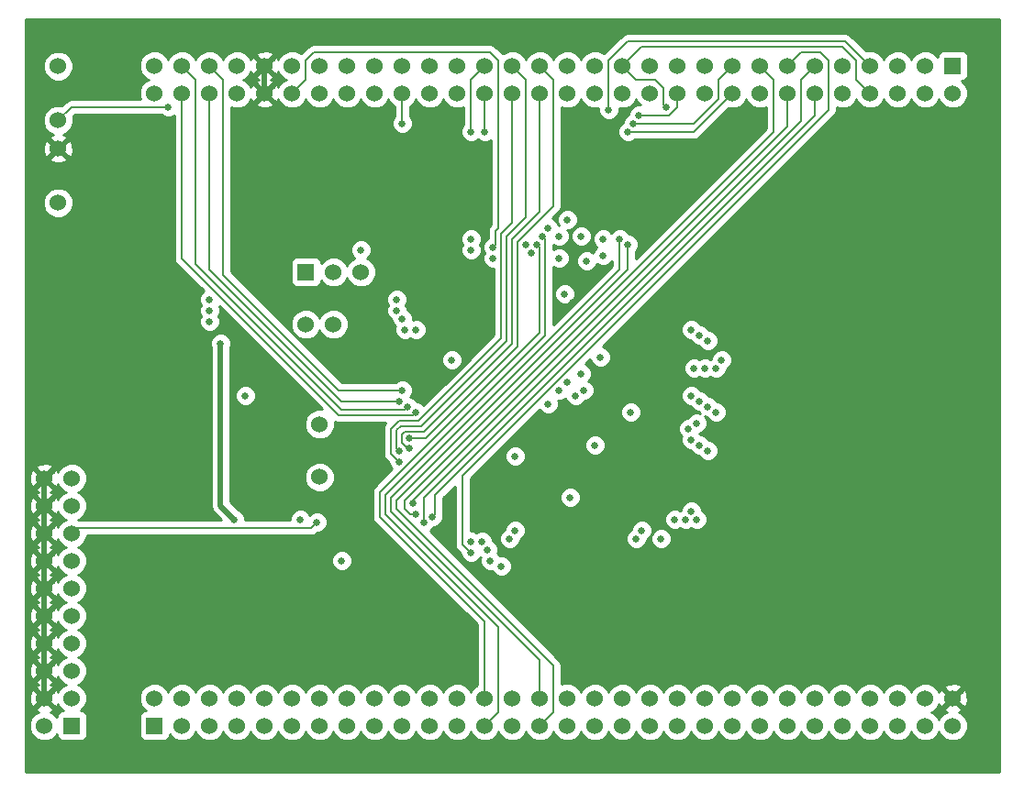
<source format=gbl>
G04 (created by PCBNEW-RS274X (2012-01-19 BZR 3256)-stable) date 09/08/2012 10:04:04*
G01*
G70*
G90*
%MOIN*%
G04 Gerber Fmt 3.4, Leading zero omitted, Abs format*
%FSLAX34Y34*%
G04 APERTURE LIST*
%ADD10C,0.006000*%
%ADD11C,0.060000*%
%ADD12R,0.060000X0.060000*%
%ADD13C,0.025000*%
%ADD14C,0.020000*%
%ADD15C,0.008000*%
%ADD16C,0.010000*%
G04 APERTURE END LIST*
G54D10*
G54D11*
X61500Y-58500D03*
X62500Y-57500D03*
G54D12*
X62500Y-58500D03*
G54D11*
X61500Y-57500D03*
X62500Y-56500D03*
X61500Y-56500D03*
X62500Y-55500D03*
X61500Y-55500D03*
X62500Y-54500D03*
X61500Y-54500D03*
X62500Y-53500D03*
X61500Y-53500D03*
X62500Y-52500D03*
X61500Y-52500D03*
X62500Y-51500D03*
X61500Y-51500D03*
X62500Y-50500D03*
X61500Y-50500D03*
X62500Y-49500D03*
X61500Y-49500D03*
X71500Y-47539D03*
X71500Y-49461D03*
X71000Y-43900D03*
X72000Y-43900D03*
X62000Y-39484D03*
X62000Y-37516D03*
X62000Y-36484D03*
X62000Y-34516D03*
G54D12*
X94500Y-34500D03*
G54D11*
X94500Y-35500D03*
X89500Y-34500D03*
X93500Y-35500D03*
X88500Y-34500D03*
X92500Y-35500D03*
X87500Y-34500D03*
X91500Y-35500D03*
X86500Y-34500D03*
X90500Y-35500D03*
X85500Y-34500D03*
X89500Y-35500D03*
X84500Y-34500D03*
X88500Y-35500D03*
X83500Y-34500D03*
X87500Y-35500D03*
X82500Y-34500D03*
X86500Y-35500D03*
X81500Y-34500D03*
X85500Y-35500D03*
X80500Y-34500D03*
X84500Y-35500D03*
X79500Y-34500D03*
X83500Y-35500D03*
X82500Y-35500D03*
X78500Y-34500D03*
X81500Y-35500D03*
X79500Y-35500D03*
X78500Y-35500D03*
X77500Y-35500D03*
X76500Y-35500D03*
X77500Y-34500D03*
X76500Y-34500D03*
X93500Y-34500D03*
X92500Y-34500D03*
X91500Y-34500D03*
X90500Y-34500D03*
X75500Y-34500D03*
X75500Y-35500D03*
X80500Y-35500D03*
X74500Y-34500D03*
X74500Y-35500D03*
X73500Y-34500D03*
X73500Y-35500D03*
X72500Y-34500D03*
X72500Y-35500D03*
X71500Y-34500D03*
X71500Y-35500D03*
X70500Y-34500D03*
X70500Y-35500D03*
X69500Y-34500D03*
X69500Y-35500D03*
X68500Y-34500D03*
X68500Y-35500D03*
X67500Y-34500D03*
X67500Y-35500D03*
X66500Y-34500D03*
X66500Y-35500D03*
X65500Y-34500D03*
X65500Y-35500D03*
G54D12*
X65500Y-58500D03*
G54D11*
X65500Y-57500D03*
X70500Y-58500D03*
X66500Y-57500D03*
X71500Y-58500D03*
X67500Y-57500D03*
X72500Y-58500D03*
X68500Y-57500D03*
X73500Y-58500D03*
X69500Y-57500D03*
X74500Y-58500D03*
X70500Y-57500D03*
X75500Y-58500D03*
X71500Y-57500D03*
X76500Y-58500D03*
X72500Y-57500D03*
X77500Y-58500D03*
X73500Y-57500D03*
X78500Y-58500D03*
X74500Y-57500D03*
X79500Y-58500D03*
X75500Y-57500D03*
X80500Y-58500D03*
X76500Y-57500D03*
X77500Y-57500D03*
X81500Y-58500D03*
X78500Y-57500D03*
X80500Y-57500D03*
X81500Y-57500D03*
X82500Y-57500D03*
X83500Y-57500D03*
X82500Y-58500D03*
X83500Y-58500D03*
X66500Y-58500D03*
X67500Y-58500D03*
X68500Y-58500D03*
X69500Y-58500D03*
X84500Y-58500D03*
X84500Y-57500D03*
X79500Y-57500D03*
X85500Y-58500D03*
X85500Y-57500D03*
X86500Y-58500D03*
X86500Y-57500D03*
X87500Y-58500D03*
X87500Y-57500D03*
X88500Y-58500D03*
X88500Y-57500D03*
X89500Y-58500D03*
X89500Y-57500D03*
X90500Y-58500D03*
X90500Y-57500D03*
X91500Y-58500D03*
X91500Y-57500D03*
X92500Y-58500D03*
X92500Y-57500D03*
X93500Y-58500D03*
X93500Y-57500D03*
X94500Y-58500D03*
X94500Y-57500D03*
G54D12*
X71000Y-42000D03*
G54D11*
X72000Y-42000D03*
X73000Y-42000D03*
G54D13*
X67900Y-44600D03*
X68400Y-51000D03*
X74500Y-46300D03*
X74400Y-46700D03*
X74700Y-46900D03*
X75000Y-47100D03*
X73000Y-41200D03*
X80200Y-46300D03*
X66000Y-36000D03*
X77000Y-51800D03*
X85900Y-47100D03*
X85600Y-46900D03*
X85300Y-46700D03*
X85000Y-46500D03*
X85600Y-48500D03*
X85300Y-48300D03*
X85000Y-48100D03*
X74300Y-43400D03*
X74500Y-43700D03*
X74600Y-44100D03*
X75000Y-44100D03*
X74300Y-43000D03*
X79600Y-40700D03*
X79400Y-41000D03*
X80200Y-41500D03*
X79800Y-40400D03*
X81800Y-41400D03*
X84900Y-47700D03*
X85200Y-47500D03*
X82700Y-41000D03*
X82400Y-40800D03*
X77800Y-41500D03*
X77000Y-41200D03*
X77000Y-40800D03*
X80500Y-40100D03*
X80200Y-40700D03*
X81800Y-40800D03*
X81000Y-40700D03*
X81200Y-41600D03*
X81100Y-46300D03*
X74750Y-48050D03*
X74750Y-48400D03*
X74400Y-48500D03*
X74400Y-48900D03*
X77700Y-52500D03*
X77000Y-36900D03*
X77500Y-36900D03*
X78100Y-52700D03*
X85100Y-45500D03*
X85500Y-45500D03*
X83000Y-51700D03*
X83200Y-51400D03*
X84100Y-36000D03*
X71400Y-51100D03*
X85600Y-44500D03*
X74500Y-36600D03*
X77600Y-52100D03*
X85300Y-44300D03*
X78400Y-51700D03*
X85000Y-44100D03*
X78600Y-51400D03*
X77800Y-41100D03*
X77400Y-51800D03*
X82900Y-36600D03*
X82700Y-36900D03*
X85900Y-45500D03*
X86100Y-45200D03*
X83100Y-36300D03*
X85000Y-50700D03*
X85200Y-51000D03*
X84400Y-51000D03*
X84800Y-51000D03*
X82000Y-36100D03*
X80500Y-46000D03*
X81000Y-45700D03*
X77000Y-52200D03*
X74900Y-50400D03*
X75000Y-50800D03*
X75600Y-50900D03*
X75300Y-51100D03*
X67500Y-43000D03*
X67500Y-43800D03*
X80800Y-46500D03*
X67500Y-43400D03*
X79800Y-46800D03*
X80700Y-43100D03*
X80400Y-49300D03*
X72700Y-43400D03*
X64600Y-46500D03*
X72600Y-49600D03*
X83600Y-46900D03*
X83000Y-47800D03*
X72700Y-44400D03*
X75000Y-46100D03*
X77200Y-52700D03*
X79200Y-41300D03*
X71900Y-48200D03*
X81400Y-52800D03*
X83000Y-52800D03*
X77000Y-42800D03*
X80600Y-50200D03*
X68800Y-46500D03*
X83900Y-51700D03*
X70800Y-51000D03*
X80400Y-42800D03*
X79000Y-41000D03*
X82800Y-47100D03*
X76300Y-45200D03*
X81700Y-45100D03*
X78600Y-48700D03*
X72300Y-52500D03*
X81500Y-48300D03*
G54D14*
X67900Y-44600D02*
X67900Y-50500D01*
X67900Y-50500D02*
X68400Y-51000D01*
G54D15*
X68000Y-35000D02*
X67500Y-34500D01*
X68000Y-42100D02*
X68000Y-35000D01*
X74500Y-46300D02*
X72200Y-46300D01*
X72200Y-46300D02*
X68000Y-42100D01*
X68000Y-35000D02*
X67500Y-34500D01*
X67500Y-41900D02*
X67500Y-35500D01*
X74400Y-46700D02*
X72300Y-46700D01*
X72300Y-46700D02*
X67500Y-41900D01*
X72300Y-47000D02*
X67000Y-41700D01*
X67000Y-41700D02*
X67000Y-35000D01*
X67000Y-35000D02*
X66500Y-34500D01*
X74700Y-46900D02*
X74600Y-47000D01*
X74600Y-47000D02*
X72300Y-47000D01*
X72200Y-47200D02*
X74900Y-47200D01*
X75000Y-47100D02*
X74900Y-47200D01*
X66500Y-35500D02*
X66500Y-41500D01*
X66500Y-41500D02*
X72200Y-47200D01*
X62484Y-36000D02*
X62000Y-36484D01*
X66000Y-36000D02*
X62484Y-36000D01*
X79600Y-40700D02*
X79700Y-40800D01*
X78000Y-54900D02*
X78000Y-58000D01*
X73900Y-50800D02*
X78000Y-54900D01*
X78000Y-58000D02*
X77500Y-58500D01*
X79700Y-40800D02*
X79700Y-44300D01*
X79700Y-44300D02*
X73900Y-50100D01*
X73900Y-50100D02*
X73900Y-50800D01*
X73700Y-50000D02*
X73700Y-50900D01*
X79500Y-41100D02*
X79500Y-44200D01*
X79500Y-44200D02*
X73700Y-50000D01*
X79400Y-41000D02*
X79500Y-41100D01*
X73700Y-50900D02*
X77500Y-54700D01*
X77500Y-54700D02*
X77500Y-57500D01*
X74300Y-50600D02*
X80000Y-56300D01*
X82700Y-41900D02*
X82700Y-41000D01*
X82700Y-41900D02*
X74300Y-50300D01*
X80000Y-58000D02*
X79500Y-58500D01*
X74300Y-50300D02*
X74300Y-50600D01*
X80000Y-56300D02*
X80000Y-58000D01*
X74100Y-50200D02*
X74100Y-50700D01*
X82400Y-40800D02*
X82400Y-41900D01*
X79500Y-56100D02*
X79500Y-57500D01*
X74100Y-50700D02*
X79500Y-56100D01*
X82400Y-41900D02*
X74100Y-50200D01*
X78700Y-40900D02*
X80000Y-39600D01*
X75350Y-48050D02*
X78700Y-44700D01*
X79500Y-34500D02*
X80000Y-35000D01*
X80000Y-39600D02*
X80000Y-35000D01*
X74750Y-48050D02*
X75350Y-48050D01*
X78700Y-44700D02*
X78700Y-40900D01*
X74500Y-47900D02*
X74600Y-47800D01*
X79500Y-35500D02*
X79500Y-39800D01*
X74750Y-48400D02*
X74700Y-48400D01*
X79500Y-39800D02*
X78500Y-40800D01*
X75300Y-47800D02*
X78500Y-44600D01*
X74600Y-47800D02*
X75300Y-47800D01*
X78500Y-44600D02*
X78500Y-40800D01*
X74700Y-48400D02*
X74500Y-48200D01*
X74500Y-48200D02*
X74500Y-47900D01*
X74400Y-48500D02*
X74300Y-48400D01*
X78300Y-40700D02*
X79000Y-40000D01*
X74300Y-47750D02*
X74450Y-47600D01*
X74450Y-47600D02*
X75200Y-47600D01*
X78300Y-44500D02*
X78300Y-40700D01*
X74300Y-48400D02*
X74300Y-47750D01*
X79000Y-40000D02*
X79000Y-35000D01*
X78500Y-34500D02*
X79000Y-35000D01*
X75200Y-47600D02*
X78300Y-44500D01*
X74400Y-47400D02*
X75100Y-47400D01*
X74100Y-48600D02*
X74100Y-47700D01*
X78100Y-44400D02*
X78100Y-40600D01*
X78500Y-40200D02*
X78100Y-40600D01*
X75100Y-47400D02*
X78100Y-44400D01*
X74100Y-47700D02*
X74400Y-47400D01*
X78500Y-35500D02*
X78500Y-40200D01*
X74400Y-48900D02*
X74100Y-48600D01*
X77000Y-35000D02*
X77500Y-34500D01*
X77000Y-36900D02*
X77000Y-35000D01*
X77500Y-35500D02*
X77500Y-36900D01*
X83200Y-33800D02*
X90500Y-33800D01*
X82500Y-34500D02*
X83000Y-35000D01*
X90500Y-33800D02*
X91000Y-34300D01*
X91000Y-34300D02*
X91000Y-35000D01*
X84000Y-35900D02*
X84100Y-36000D01*
X84000Y-35300D02*
X84000Y-35900D01*
X83700Y-35000D02*
X84000Y-35300D01*
X82500Y-34500D02*
X83200Y-33800D01*
X83000Y-35000D02*
X83700Y-35000D01*
X91000Y-35000D02*
X91500Y-35500D01*
X71200Y-51300D02*
X71400Y-51100D01*
X62500Y-51500D02*
X62700Y-51300D01*
X62700Y-51300D02*
X71200Y-51300D01*
X74500Y-36600D02*
X74500Y-35500D01*
X78000Y-40400D02*
X78000Y-34300D01*
X77900Y-40500D02*
X78000Y-40400D01*
X77800Y-41100D02*
X77900Y-41000D01*
X78000Y-34300D02*
X77700Y-34000D01*
X77900Y-41000D02*
X77900Y-40500D01*
X77700Y-34000D02*
X71300Y-34000D01*
X71000Y-35000D02*
X70500Y-35500D01*
X71000Y-34300D02*
X71000Y-35000D01*
X71300Y-34000D02*
X71000Y-34300D01*
X86000Y-35000D02*
X86500Y-34500D01*
X82900Y-36600D02*
X85100Y-36600D01*
X86000Y-35700D02*
X86000Y-35000D01*
X85100Y-36600D02*
X86000Y-35700D01*
X82700Y-36900D02*
X85100Y-36900D01*
X85100Y-36900D02*
X86500Y-35500D01*
X84200Y-36300D02*
X84500Y-36000D01*
X83100Y-36300D02*
X84200Y-36300D01*
X84500Y-36000D02*
X84500Y-35500D01*
X82000Y-34300D02*
X82700Y-33600D01*
X82700Y-33600D02*
X90600Y-33600D01*
X82000Y-34300D02*
X82000Y-36100D01*
X91500Y-34500D02*
X90600Y-33600D01*
X89700Y-34000D02*
X90000Y-34300D01*
X76700Y-49400D02*
X90000Y-36100D01*
X90000Y-34300D02*
X90000Y-36100D01*
X77000Y-52200D02*
X76700Y-51900D01*
X88500Y-34500D02*
X89000Y-34000D01*
X76700Y-51900D02*
X76700Y-49400D01*
X89000Y-34000D02*
X89700Y-34000D01*
X88500Y-36700D02*
X88500Y-35500D01*
X74900Y-50400D02*
X74900Y-50300D01*
X74900Y-50300D02*
X88500Y-36700D01*
X88000Y-35000D02*
X87500Y-34500D01*
X74800Y-50800D02*
X74600Y-50600D01*
X75000Y-50800D02*
X74800Y-50800D01*
X88000Y-36900D02*
X88000Y-35000D01*
X74600Y-50300D02*
X88000Y-36900D01*
X74600Y-50600D02*
X74600Y-50300D01*
X75700Y-50100D02*
X89500Y-36300D01*
X89500Y-36300D02*
X89500Y-35500D01*
X75700Y-50800D02*
X75700Y-50100D01*
X75600Y-50900D02*
X75700Y-50800D01*
X89000Y-36500D02*
X89000Y-35000D01*
X75300Y-50200D02*
X89000Y-36500D01*
X75300Y-51100D02*
X75300Y-50200D01*
X89000Y-35000D02*
X89500Y-34500D01*
X83000Y-52800D02*
X81400Y-52800D01*
X75000Y-46100D02*
X76100Y-46100D01*
X72600Y-48900D02*
X71900Y-48200D01*
G54D14*
X61500Y-56500D02*
X61500Y-57500D01*
G54D15*
X73300Y-44400D02*
X72700Y-44400D01*
G54D14*
X69500Y-34500D02*
X69500Y-35500D01*
X64500Y-46500D02*
X64600Y-46500D01*
G54D15*
X64600Y-46500D02*
X64600Y-40116D01*
G54D14*
X61500Y-53500D02*
X61500Y-54500D01*
X61500Y-49500D02*
X61500Y-50500D01*
G54D15*
X64600Y-40116D02*
X62000Y-37516D01*
X75000Y-46100D02*
X73300Y-44400D01*
X94500Y-57500D02*
X89800Y-52800D01*
X76100Y-46100D02*
X77000Y-45200D01*
X77700Y-53200D02*
X81000Y-53200D01*
X72600Y-49600D02*
X72600Y-48900D01*
X72700Y-43400D02*
X72700Y-44400D01*
G54D14*
X61500Y-55500D02*
X61500Y-56500D01*
X61500Y-49500D02*
X64500Y-46500D01*
X61500Y-50500D02*
X61500Y-51500D01*
G54D15*
X81000Y-53200D02*
X81400Y-52800D01*
G54D14*
X61500Y-52500D02*
X61500Y-53500D01*
G54D15*
X77000Y-45200D02*
X77000Y-42800D01*
X89800Y-52800D02*
X83000Y-52800D01*
X77700Y-53200D02*
X77200Y-52700D01*
G54D14*
X61500Y-54500D02*
X61500Y-55500D01*
X61500Y-51500D02*
X61500Y-52500D01*
G54D10*
G36*
X87710Y-36780D02*
X82990Y-41500D01*
X82990Y-41240D01*
X83017Y-41213D01*
X83075Y-41075D01*
X83075Y-40926D01*
X83018Y-40788D01*
X82913Y-40683D01*
X82775Y-40625D01*
X82733Y-40625D01*
X82718Y-40588D01*
X82613Y-40483D01*
X82475Y-40425D01*
X82326Y-40425D01*
X82188Y-40482D01*
X82100Y-40570D01*
X82013Y-40483D01*
X81875Y-40425D01*
X81726Y-40425D01*
X81588Y-40482D01*
X81483Y-40587D01*
X81425Y-40725D01*
X81425Y-40874D01*
X81482Y-41012D01*
X81570Y-41100D01*
X81483Y-41187D01*
X81433Y-41303D01*
X81413Y-41283D01*
X81375Y-41267D01*
X81375Y-40775D01*
X81375Y-40626D01*
X81318Y-40488D01*
X81213Y-40383D01*
X81075Y-40325D01*
X80926Y-40325D01*
X80788Y-40382D01*
X80683Y-40487D01*
X80625Y-40625D01*
X80625Y-40774D01*
X80682Y-40912D01*
X80787Y-41017D01*
X80925Y-41075D01*
X81074Y-41075D01*
X81212Y-41018D01*
X81317Y-40913D01*
X81375Y-40775D01*
X81375Y-41267D01*
X81275Y-41225D01*
X81126Y-41225D01*
X80988Y-41282D01*
X80883Y-41387D01*
X80825Y-41525D01*
X80825Y-41674D01*
X80882Y-41812D01*
X80987Y-41917D01*
X81125Y-41975D01*
X81274Y-41975D01*
X81412Y-41918D01*
X81517Y-41813D01*
X81566Y-41696D01*
X81587Y-41717D01*
X81725Y-41775D01*
X81874Y-41775D01*
X82012Y-41718D01*
X82110Y-41620D01*
X82110Y-41780D01*
X80775Y-43115D01*
X80775Y-42875D01*
X80775Y-42726D01*
X80718Y-42588D01*
X80613Y-42483D01*
X80475Y-42425D01*
X80326Y-42425D01*
X80188Y-42482D01*
X80083Y-42587D01*
X80025Y-42725D01*
X80025Y-42874D01*
X80082Y-43012D01*
X80187Y-43117D01*
X80325Y-43175D01*
X80474Y-43175D01*
X80612Y-43118D01*
X80717Y-43013D01*
X80775Y-42875D01*
X80775Y-43115D01*
X79990Y-43900D01*
X79990Y-41818D01*
X80125Y-41875D01*
X80274Y-41875D01*
X80412Y-41818D01*
X80517Y-41713D01*
X80575Y-41575D01*
X80575Y-41426D01*
X80518Y-41288D01*
X80413Y-41183D01*
X80275Y-41125D01*
X80126Y-41125D01*
X79990Y-41181D01*
X79990Y-41018D01*
X80125Y-41075D01*
X80274Y-41075D01*
X80412Y-41018D01*
X80517Y-40913D01*
X80575Y-40775D01*
X80575Y-40626D01*
X80518Y-40488D01*
X80505Y-40475D01*
X80574Y-40475D01*
X80712Y-40418D01*
X80817Y-40313D01*
X80875Y-40175D01*
X80875Y-40026D01*
X80818Y-39888D01*
X80713Y-39783D01*
X80575Y-39725D01*
X80426Y-39725D01*
X80288Y-39782D01*
X80183Y-39887D01*
X80125Y-40025D01*
X80125Y-40174D01*
X80182Y-40312D01*
X80195Y-40325D01*
X80174Y-40325D01*
X80118Y-40188D01*
X80013Y-40083D01*
X79952Y-40057D01*
X80205Y-39805D01*
X80268Y-39711D01*
X80290Y-39600D01*
X80290Y-36007D01*
X80391Y-36049D01*
X80609Y-36049D01*
X80811Y-35965D01*
X80965Y-35811D01*
X81000Y-35726D01*
X81035Y-35811D01*
X81189Y-35965D01*
X81391Y-36049D01*
X81609Y-36049D01*
X81625Y-36042D01*
X81625Y-36174D01*
X81682Y-36312D01*
X81787Y-36417D01*
X81925Y-36475D01*
X82074Y-36475D01*
X82212Y-36418D01*
X82317Y-36313D01*
X82375Y-36175D01*
X82375Y-36042D01*
X82391Y-36049D01*
X82609Y-36049D01*
X82811Y-35965D01*
X82965Y-35811D01*
X83000Y-35726D01*
X83035Y-35811D01*
X83149Y-35925D01*
X83026Y-35925D01*
X82888Y-35982D01*
X82783Y-36087D01*
X82725Y-36225D01*
X82725Y-36266D01*
X82688Y-36282D01*
X82583Y-36387D01*
X82525Y-36525D01*
X82525Y-36566D01*
X82488Y-36582D01*
X82383Y-36687D01*
X82325Y-36825D01*
X82325Y-36974D01*
X82382Y-37112D01*
X82487Y-37217D01*
X82625Y-37275D01*
X82774Y-37275D01*
X82912Y-37218D01*
X82940Y-37190D01*
X85100Y-37190D01*
X85211Y-37168D01*
X85305Y-37105D01*
X86369Y-36040D01*
X86391Y-36049D01*
X86609Y-36049D01*
X86811Y-35965D01*
X86965Y-35811D01*
X87000Y-35726D01*
X87035Y-35811D01*
X87189Y-35965D01*
X87391Y-36049D01*
X87609Y-36049D01*
X87710Y-36007D01*
X87710Y-36780D01*
X87710Y-36780D01*
G37*
G54D16*
X87710Y-36780D02*
X82990Y-41500D01*
X82990Y-41240D01*
X83017Y-41213D01*
X83075Y-41075D01*
X83075Y-40926D01*
X83018Y-40788D01*
X82913Y-40683D01*
X82775Y-40625D01*
X82733Y-40625D01*
X82718Y-40588D01*
X82613Y-40483D01*
X82475Y-40425D01*
X82326Y-40425D01*
X82188Y-40482D01*
X82100Y-40570D01*
X82013Y-40483D01*
X81875Y-40425D01*
X81726Y-40425D01*
X81588Y-40482D01*
X81483Y-40587D01*
X81425Y-40725D01*
X81425Y-40874D01*
X81482Y-41012D01*
X81570Y-41100D01*
X81483Y-41187D01*
X81433Y-41303D01*
X81413Y-41283D01*
X81375Y-41267D01*
X81375Y-40775D01*
X81375Y-40626D01*
X81318Y-40488D01*
X81213Y-40383D01*
X81075Y-40325D01*
X80926Y-40325D01*
X80788Y-40382D01*
X80683Y-40487D01*
X80625Y-40625D01*
X80625Y-40774D01*
X80682Y-40912D01*
X80787Y-41017D01*
X80925Y-41075D01*
X81074Y-41075D01*
X81212Y-41018D01*
X81317Y-40913D01*
X81375Y-40775D01*
X81375Y-41267D01*
X81275Y-41225D01*
X81126Y-41225D01*
X80988Y-41282D01*
X80883Y-41387D01*
X80825Y-41525D01*
X80825Y-41674D01*
X80882Y-41812D01*
X80987Y-41917D01*
X81125Y-41975D01*
X81274Y-41975D01*
X81412Y-41918D01*
X81517Y-41813D01*
X81566Y-41696D01*
X81587Y-41717D01*
X81725Y-41775D01*
X81874Y-41775D01*
X82012Y-41718D01*
X82110Y-41620D01*
X82110Y-41780D01*
X80775Y-43115D01*
X80775Y-42875D01*
X80775Y-42726D01*
X80718Y-42588D01*
X80613Y-42483D01*
X80475Y-42425D01*
X80326Y-42425D01*
X80188Y-42482D01*
X80083Y-42587D01*
X80025Y-42725D01*
X80025Y-42874D01*
X80082Y-43012D01*
X80187Y-43117D01*
X80325Y-43175D01*
X80474Y-43175D01*
X80612Y-43118D01*
X80717Y-43013D01*
X80775Y-42875D01*
X80775Y-43115D01*
X79990Y-43900D01*
X79990Y-41818D01*
X80125Y-41875D01*
X80274Y-41875D01*
X80412Y-41818D01*
X80517Y-41713D01*
X80575Y-41575D01*
X80575Y-41426D01*
X80518Y-41288D01*
X80413Y-41183D01*
X80275Y-41125D01*
X80126Y-41125D01*
X79990Y-41181D01*
X79990Y-41018D01*
X80125Y-41075D01*
X80274Y-41075D01*
X80412Y-41018D01*
X80517Y-40913D01*
X80575Y-40775D01*
X80575Y-40626D01*
X80518Y-40488D01*
X80505Y-40475D01*
X80574Y-40475D01*
X80712Y-40418D01*
X80817Y-40313D01*
X80875Y-40175D01*
X80875Y-40026D01*
X80818Y-39888D01*
X80713Y-39783D01*
X80575Y-39725D01*
X80426Y-39725D01*
X80288Y-39782D01*
X80183Y-39887D01*
X80125Y-40025D01*
X80125Y-40174D01*
X80182Y-40312D01*
X80195Y-40325D01*
X80174Y-40325D01*
X80118Y-40188D01*
X80013Y-40083D01*
X79952Y-40057D01*
X80205Y-39805D01*
X80268Y-39711D01*
X80290Y-39600D01*
X80290Y-36007D01*
X80391Y-36049D01*
X80609Y-36049D01*
X80811Y-35965D01*
X80965Y-35811D01*
X81000Y-35726D01*
X81035Y-35811D01*
X81189Y-35965D01*
X81391Y-36049D01*
X81609Y-36049D01*
X81625Y-36042D01*
X81625Y-36174D01*
X81682Y-36312D01*
X81787Y-36417D01*
X81925Y-36475D01*
X82074Y-36475D01*
X82212Y-36418D01*
X82317Y-36313D01*
X82375Y-36175D01*
X82375Y-36042D01*
X82391Y-36049D01*
X82609Y-36049D01*
X82811Y-35965D01*
X82965Y-35811D01*
X83000Y-35726D01*
X83035Y-35811D01*
X83149Y-35925D01*
X83026Y-35925D01*
X82888Y-35982D01*
X82783Y-36087D01*
X82725Y-36225D01*
X82725Y-36266D01*
X82688Y-36282D01*
X82583Y-36387D01*
X82525Y-36525D01*
X82525Y-36566D01*
X82488Y-36582D01*
X82383Y-36687D01*
X82325Y-36825D01*
X82325Y-36974D01*
X82382Y-37112D01*
X82487Y-37217D01*
X82625Y-37275D01*
X82774Y-37275D01*
X82912Y-37218D01*
X82940Y-37190D01*
X85100Y-37190D01*
X85211Y-37168D01*
X85305Y-37105D01*
X86369Y-36040D01*
X86391Y-36049D01*
X86609Y-36049D01*
X86811Y-35965D01*
X86965Y-35811D01*
X87000Y-35726D01*
X87035Y-35811D01*
X87189Y-35965D01*
X87391Y-36049D01*
X87609Y-36049D01*
X87710Y-36007D01*
X87710Y-36780D01*
G54D10*
G36*
X96175Y-60175D02*
X95049Y-60175D01*
X95049Y-58609D01*
X95049Y-58391D01*
X95043Y-58376D01*
X95043Y-57579D01*
X95032Y-57366D01*
X94972Y-57219D01*
X94878Y-57192D01*
X94808Y-57262D01*
X94808Y-57122D01*
X94781Y-57028D01*
X94579Y-56957D01*
X94366Y-56968D01*
X94219Y-57028D01*
X94192Y-57122D01*
X94500Y-57429D01*
X94808Y-57122D01*
X94808Y-57262D01*
X94571Y-57500D01*
X94878Y-57808D01*
X94972Y-57781D01*
X95043Y-57579D01*
X95043Y-58376D01*
X94965Y-58189D01*
X94811Y-58035D01*
X94719Y-57997D01*
X94781Y-57972D01*
X94808Y-57878D01*
X94500Y-57571D01*
X94192Y-57878D01*
X94219Y-57972D01*
X94284Y-57995D01*
X94189Y-58035D01*
X94035Y-58189D01*
X94000Y-58273D01*
X93965Y-58189D01*
X93811Y-58035D01*
X93726Y-58000D01*
X93811Y-57965D01*
X93965Y-57811D01*
X94002Y-57719D01*
X94028Y-57781D01*
X94122Y-57808D01*
X94429Y-57500D01*
X94122Y-57192D01*
X94028Y-57219D01*
X94004Y-57284D01*
X93965Y-57189D01*
X93811Y-57035D01*
X93609Y-56951D01*
X93391Y-56951D01*
X93189Y-57035D01*
X93035Y-57189D01*
X93000Y-57273D01*
X92965Y-57189D01*
X92811Y-57035D01*
X92609Y-56951D01*
X92391Y-56951D01*
X92189Y-57035D01*
X92035Y-57189D01*
X92000Y-57273D01*
X91965Y-57189D01*
X91811Y-57035D01*
X91609Y-56951D01*
X91391Y-56951D01*
X91189Y-57035D01*
X91035Y-57189D01*
X91000Y-57273D01*
X90965Y-57189D01*
X90811Y-57035D01*
X90609Y-56951D01*
X90391Y-56951D01*
X90189Y-57035D01*
X90035Y-57189D01*
X90000Y-57273D01*
X89965Y-57189D01*
X89811Y-57035D01*
X89609Y-56951D01*
X89391Y-56951D01*
X89189Y-57035D01*
X89035Y-57189D01*
X89000Y-57273D01*
X88965Y-57189D01*
X88811Y-57035D01*
X88609Y-56951D01*
X88391Y-56951D01*
X88189Y-57035D01*
X88035Y-57189D01*
X88000Y-57273D01*
X87965Y-57189D01*
X87811Y-57035D01*
X87609Y-56951D01*
X87391Y-56951D01*
X87189Y-57035D01*
X87035Y-57189D01*
X87000Y-57273D01*
X86965Y-57189D01*
X86811Y-57035D01*
X86609Y-56951D01*
X86475Y-56951D01*
X86475Y-45275D01*
X86475Y-45126D01*
X86418Y-44988D01*
X86313Y-44883D01*
X86175Y-44825D01*
X86026Y-44825D01*
X85975Y-44846D01*
X85975Y-44575D01*
X85975Y-44426D01*
X85918Y-44288D01*
X85813Y-44183D01*
X85675Y-44125D01*
X85633Y-44125D01*
X85618Y-44088D01*
X85513Y-43983D01*
X85375Y-43925D01*
X85333Y-43925D01*
X85318Y-43888D01*
X85213Y-43783D01*
X85075Y-43725D01*
X84926Y-43725D01*
X84788Y-43782D01*
X84683Y-43887D01*
X84625Y-44025D01*
X84625Y-44174D01*
X84682Y-44312D01*
X84787Y-44417D01*
X84925Y-44475D01*
X84966Y-44475D01*
X84982Y-44512D01*
X85087Y-44617D01*
X85225Y-44675D01*
X85266Y-44675D01*
X85282Y-44712D01*
X85387Y-44817D01*
X85525Y-44875D01*
X85674Y-44875D01*
X85812Y-44818D01*
X85917Y-44713D01*
X85975Y-44575D01*
X85975Y-44846D01*
X85888Y-44882D01*
X85783Y-44987D01*
X85725Y-45125D01*
X85725Y-45166D01*
X85699Y-45177D01*
X85575Y-45125D01*
X85426Y-45125D01*
X85299Y-45177D01*
X85175Y-45125D01*
X85026Y-45125D01*
X84888Y-45182D01*
X84783Y-45287D01*
X84725Y-45425D01*
X84725Y-45574D01*
X84782Y-45712D01*
X84887Y-45817D01*
X85025Y-45875D01*
X85174Y-45875D01*
X85300Y-45822D01*
X85425Y-45875D01*
X85574Y-45875D01*
X85700Y-45822D01*
X85825Y-45875D01*
X85974Y-45875D01*
X86112Y-45818D01*
X86217Y-45713D01*
X86275Y-45575D01*
X86275Y-45533D01*
X86312Y-45518D01*
X86417Y-45413D01*
X86475Y-45275D01*
X86475Y-56951D01*
X86391Y-56951D01*
X86275Y-56999D01*
X86275Y-47175D01*
X86275Y-47026D01*
X86218Y-46888D01*
X86113Y-46783D01*
X85975Y-46725D01*
X85933Y-46725D01*
X85918Y-46688D01*
X85813Y-46583D01*
X85675Y-46525D01*
X85633Y-46525D01*
X85618Y-46488D01*
X85513Y-46383D01*
X85375Y-46325D01*
X85333Y-46325D01*
X85318Y-46288D01*
X85213Y-46183D01*
X85075Y-46125D01*
X84926Y-46125D01*
X84788Y-46182D01*
X84683Y-46287D01*
X84625Y-46425D01*
X84625Y-46574D01*
X84682Y-46712D01*
X84787Y-46817D01*
X84925Y-46875D01*
X84966Y-46875D01*
X84982Y-46912D01*
X85087Y-47017D01*
X85225Y-47075D01*
X85266Y-47075D01*
X85282Y-47112D01*
X85309Y-47139D01*
X85275Y-47125D01*
X85126Y-47125D01*
X84988Y-47182D01*
X84883Y-47287D01*
X84867Y-47325D01*
X84826Y-47325D01*
X84688Y-47382D01*
X84583Y-47487D01*
X84525Y-47625D01*
X84525Y-47774D01*
X84582Y-47912D01*
X84645Y-47975D01*
X84625Y-48025D01*
X84625Y-48174D01*
X84682Y-48312D01*
X84787Y-48417D01*
X84925Y-48475D01*
X84966Y-48475D01*
X84982Y-48512D01*
X85087Y-48617D01*
X85225Y-48675D01*
X85266Y-48675D01*
X85282Y-48712D01*
X85387Y-48817D01*
X85525Y-48875D01*
X85674Y-48875D01*
X85812Y-48818D01*
X85917Y-48713D01*
X85975Y-48575D01*
X85975Y-48426D01*
X85918Y-48288D01*
X85813Y-48183D01*
X85675Y-48125D01*
X85633Y-48125D01*
X85618Y-48088D01*
X85513Y-47983D01*
X85375Y-47925D01*
X85333Y-47925D01*
X85318Y-47888D01*
X85295Y-47865D01*
X85412Y-47818D01*
X85517Y-47713D01*
X85575Y-47575D01*
X85575Y-47426D01*
X85518Y-47288D01*
X85490Y-47260D01*
X85525Y-47275D01*
X85566Y-47275D01*
X85582Y-47312D01*
X85687Y-47417D01*
X85825Y-47475D01*
X85974Y-47475D01*
X86112Y-47418D01*
X86217Y-47313D01*
X86275Y-47175D01*
X86275Y-56999D01*
X86189Y-57035D01*
X86035Y-57189D01*
X86000Y-57273D01*
X85965Y-57189D01*
X85811Y-57035D01*
X85609Y-56951D01*
X85575Y-56951D01*
X85575Y-51075D01*
X85575Y-50926D01*
X85518Y-50788D01*
X85413Y-50683D01*
X85375Y-50667D01*
X85375Y-50626D01*
X85318Y-50488D01*
X85213Y-50383D01*
X85075Y-50325D01*
X84926Y-50325D01*
X84788Y-50382D01*
X84683Y-50487D01*
X84625Y-50625D01*
X84625Y-50666D01*
X84599Y-50677D01*
X84475Y-50625D01*
X84326Y-50625D01*
X84188Y-50682D01*
X84083Y-50787D01*
X84025Y-50925D01*
X84025Y-51074D01*
X84082Y-51212D01*
X84187Y-51317D01*
X84325Y-51375D01*
X84474Y-51375D01*
X84600Y-51322D01*
X84725Y-51375D01*
X84874Y-51375D01*
X85000Y-51322D01*
X85125Y-51375D01*
X85274Y-51375D01*
X85412Y-51318D01*
X85517Y-51213D01*
X85575Y-51075D01*
X85575Y-56951D01*
X85391Y-56951D01*
X85189Y-57035D01*
X85035Y-57189D01*
X85000Y-57273D01*
X84965Y-57189D01*
X84811Y-57035D01*
X84609Y-56951D01*
X84391Y-56951D01*
X84275Y-56999D01*
X84275Y-51775D01*
X84275Y-51626D01*
X84218Y-51488D01*
X84113Y-51383D01*
X83975Y-51325D01*
X83826Y-51325D01*
X83688Y-51382D01*
X83583Y-51487D01*
X83575Y-51506D01*
X83575Y-51475D01*
X83575Y-51326D01*
X83518Y-51188D01*
X83413Y-51083D01*
X83275Y-51025D01*
X83175Y-51025D01*
X83175Y-47175D01*
X83175Y-47026D01*
X83118Y-46888D01*
X83013Y-46783D01*
X82875Y-46725D01*
X82726Y-46725D01*
X82588Y-46782D01*
X82483Y-46887D01*
X82425Y-47025D01*
X82425Y-47174D01*
X82482Y-47312D01*
X82587Y-47417D01*
X82725Y-47475D01*
X82874Y-47475D01*
X83012Y-47418D01*
X83117Y-47313D01*
X83175Y-47175D01*
X83175Y-51025D01*
X83126Y-51025D01*
X82988Y-51082D01*
X82883Y-51187D01*
X82825Y-51325D01*
X82825Y-51366D01*
X82788Y-51382D01*
X82683Y-51487D01*
X82625Y-51625D01*
X82625Y-51774D01*
X82682Y-51912D01*
X82787Y-52017D01*
X82925Y-52075D01*
X83074Y-52075D01*
X83212Y-52018D01*
X83317Y-51913D01*
X83375Y-51775D01*
X83375Y-51733D01*
X83412Y-51718D01*
X83517Y-51613D01*
X83575Y-51475D01*
X83575Y-51506D01*
X83525Y-51625D01*
X83525Y-51774D01*
X83582Y-51912D01*
X83687Y-52017D01*
X83825Y-52075D01*
X83974Y-52075D01*
X84112Y-52018D01*
X84217Y-51913D01*
X84275Y-51775D01*
X84275Y-56999D01*
X84189Y-57035D01*
X84035Y-57189D01*
X84000Y-57273D01*
X83965Y-57189D01*
X83811Y-57035D01*
X83609Y-56951D01*
X83391Y-56951D01*
X83189Y-57035D01*
X83035Y-57189D01*
X83000Y-57273D01*
X82965Y-57189D01*
X82811Y-57035D01*
X82609Y-56951D01*
X82391Y-56951D01*
X82189Y-57035D01*
X82035Y-57189D01*
X82000Y-57273D01*
X81965Y-57189D01*
X81875Y-57099D01*
X81875Y-48375D01*
X81875Y-48226D01*
X81818Y-48088D01*
X81713Y-47983D01*
X81575Y-47925D01*
X81426Y-47925D01*
X81288Y-47982D01*
X81183Y-48087D01*
X81125Y-48225D01*
X81125Y-48374D01*
X81182Y-48512D01*
X81287Y-48617D01*
X81425Y-48675D01*
X81574Y-48675D01*
X81712Y-48618D01*
X81817Y-48513D01*
X81875Y-48375D01*
X81875Y-57099D01*
X81811Y-57035D01*
X81609Y-56951D01*
X81391Y-56951D01*
X81189Y-57035D01*
X81035Y-57189D01*
X81000Y-57273D01*
X80975Y-57213D01*
X80975Y-50275D01*
X80975Y-50126D01*
X80918Y-49988D01*
X80813Y-49883D01*
X80675Y-49825D01*
X80526Y-49825D01*
X80388Y-49882D01*
X80283Y-49987D01*
X80225Y-50125D01*
X80225Y-50274D01*
X80282Y-50412D01*
X80387Y-50517D01*
X80525Y-50575D01*
X80674Y-50575D01*
X80812Y-50518D01*
X80917Y-50413D01*
X80975Y-50275D01*
X80975Y-57213D01*
X80965Y-57189D01*
X80811Y-57035D01*
X80609Y-56951D01*
X80391Y-56951D01*
X80290Y-56993D01*
X80290Y-56300D01*
X80268Y-56189D01*
X80205Y-56095D01*
X78975Y-54865D01*
X78975Y-51475D01*
X78975Y-51326D01*
X78975Y-48775D01*
X78975Y-48626D01*
X78918Y-48488D01*
X78813Y-48383D01*
X78675Y-48325D01*
X78526Y-48325D01*
X78388Y-48382D01*
X78283Y-48487D01*
X78225Y-48625D01*
X78225Y-48774D01*
X78282Y-48912D01*
X78387Y-49017D01*
X78525Y-49075D01*
X78674Y-49075D01*
X78812Y-49018D01*
X78917Y-48913D01*
X78975Y-48775D01*
X78975Y-51326D01*
X78918Y-51188D01*
X78813Y-51083D01*
X78675Y-51025D01*
X78526Y-51025D01*
X78388Y-51082D01*
X78283Y-51187D01*
X78225Y-51325D01*
X78225Y-51366D01*
X78188Y-51382D01*
X78083Y-51487D01*
X78025Y-51625D01*
X78025Y-51774D01*
X78082Y-51912D01*
X78187Y-52017D01*
X78325Y-52075D01*
X78474Y-52075D01*
X78612Y-52018D01*
X78717Y-51913D01*
X78775Y-51775D01*
X78775Y-51733D01*
X78812Y-51718D01*
X78917Y-51613D01*
X78975Y-51475D01*
X78975Y-54865D01*
X75520Y-51410D01*
X75617Y-51313D01*
X75632Y-51275D01*
X75674Y-51275D01*
X75812Y-51218D01*
X75917Y-51113D01*
X75975Y-50975D01*
X75975Y-50875D01*
X75990Y-50800D01*
X75990Y-50220D01*
X76410Y-49800D01*
X76410Y-51900D01*
X76432Y-52011D01*
X76495Y-52105D01*
X76625Y-52235D01*
X76625Y-52274D01*
X76682Y-52412D01*
X76787Y-52517D01*
X76925Y-52575D01*
X77074Y-52575D01*
X77212Y-52518D01*
X77317Y-52413D01*
X77336Y-52366D01*
X77345Y-52375D01*
X77325Y-52425D01*
X77325Y-52574D01*
X77382Y-52712D01*
X77487Y-52817D01*
X77625Y-52875D01*
X77766Y-52875D01*
X77782Y-52912D01*
X77887Y-53017D01*
X78025Y-53075D01*
X78174Y-53075D01*
X78312Y-53018D01*
X78417Y-52913D01*
X78475Y-52775D01*
X78475Y-52626D01*
X78418Y-52488D01*
X78313Y-52383D01*
X78175Y-52325D01*
X78033Y-52325D01*
X78018Y-52288D01*
X77954Y-52224D01*
X77975Y-52175D01*
X77975Y-52026D01*
X77918Y-51888D01*
X77813Y-51783D01*
X77775Y-51767D01*
X77775Y-51726D01*
X77718Y-51588D01*
X77613Y-51483D01*
X77475Y-51425D01*
X77326Y-51425D01*
X77199Y-51477D01*
X77075Y-51425D01*
X76990Y-51425D01*
X76990Y-49520D01*
X79490Y-47020D01*
X79587Y-47117D01*
X79725Y-47175D01*
X79874Y-47175D01*
X80012Y-47118D01*
X80117Y-47013D01*
X80175Y-46875D01*
X80175Y-46726D01*
X80153Y-46675D01*
X80274Y-46675D01*
X80412Y-46618D01*
X80434Y-46595D01*
X80482Y-46712D01*
X80587Y-46817D01*
X80725Y-46875D01*
X80874Y-46875D01*
X81012Y-46818D01*
X81117Y-46713D01*
X81132Y-46675D01*
X81174Y-46675D01*
X81312Y-46618D01*
X81417Y-46513D01*
X81475Y-46375D01*
X81475Y-46226D01*
X81418Y-46088D01*
X81313Y-45983D01*
X81266Y-45963D01*
X81317Y-45913D01*
X81375Y-45775D01*
X81375Y-45626D01*
X81318Y-45488D01*
X81213Y-45383D01*
X81152Y-45357D01*
X81328Y-45181D01*
X81382Y-45312D01*
X81487Y-45417D01*
X81625Y-45475D01*
X81774Y-45475D01*
X81912Y-45418D01*
X82017Y-45313D01*
X82075Y-45175D01*
X82075Y-45026D01*
X82018Y-44888D01*
X81913Y-44783D01*
X81782Y-44727D01*
X90205Y-36305D01*
X90268Y-36211D01*
X90290Y-36100D01*
X90290Y-36007D01*
X90391Y-36049D01*
X90609Y-36049D01*
X90811Y-35965D01*
X90965Y-35811D01*
X91000Y-35726D01*
X91035Y-35811D01*
X91189Y-35965D01*
X91391Y-36049D01*
X91609Y-36049D01*
X91811Y-35965D01*
X91965Y-35811D01*
X92000Y-35726D01*
X92035Y-35811D01*
X92189Y-35965D01*
X92391Y-36049D01*
X92609Y-36049D01*
X92811Y-35965D01*
X92965Y-35811D01*
X93000Y-35726D01*
X93035Y-35811D01*
X93189Y-35965D01*
X93391Y-36049D01*
X93609Y-36049D01*
X93811Y-35965D01*
X93965Y-35811D01*
X94000Y-35726D01*
X94035Y-35811D01*
X94189Y-35965D01*
X94391Y-36049D01*
X94609Y-36049D01*
X94811Y-35965D01*
X94965Y-35811D01*
X95049Y-35609D01*
X95049Y-35391D01*
X94965Y-35189D01*
X94825Y-35049D01*
X94849Y-35049D01*
X94941Y-35011D01*
X95011Y-34941D01*
X95049Y-34850D01*
X95049Y-34751D01*
X95049Y-34151D01*
X95011Y-34059D01*
X94941Y-33989D01*
X94850Y-33951D01*
X94751Y-33951D01*
X94151Y-33951D01*
X94059Y-33989D01*
X93989Y-34059D01*
X93951Y-34150D01*
X93951Y-34175D01*
X93811Y-34035D01*
X93609Y-33951D01*
X93391Y-33951D01*
X93189Y-34035D01*
X93035Y-34189D01*
X93000Y-34273D01*
X92965Y-34189D01*
X92811Y-34035D01*
X92609Y-33951D01*
X92391Y-33951D01*
X92189Y-34035D01*
X92035Y-34189D01*
X92000Y-34273D01*
X91965Y-34189D01*
X91811Y-34035D01*
X91609Y-33951D01*
X91391Y-33951D01*
X91370Y-33959D01*
X90805Y-33395D01*
X90711Y-33332D01*
X90600Y-33310D01*
X82700Y-33310D01*
X82589Y-33332D01*
X82495Y-33395D01*
X82494Y-33395D01*
X82494Y-33396D01*
X81833Y-34057D01*
X81811Y-34035D01*
X81609Y-33951D01*
X81391Y-33951D01*
X81189Y-34035D01*
X81035Y-34189D01*
X81000Y-34273D01*
X80965Y-34189D01*
X80811Y-34035D01*
X80609Y-33951D01*
X80391Y-33951D01*
X80189Y-34035D01*
X80035Y-34189D01*
X80000Y-34273D01*
X79965Y-34189D01*
X79811Y-34035D01*
X79609Y-33951D01*
X79391Y-33951D01*
X79189Y-34035D01*
X79035Y-34189D01*
X79000Y-34273D01*
X78965Y-34189D01*
X78811Y-34035D01*
X78609Y-33951D01*
X78391Y-33951D01*
X78189Y-34035D01*
X78167Y-34057D01*
X77905Y-33795D01*
X77811Y-33732D01*
X77700Y-33710D01*
X71300Y-33710D01*
X71189Y-33732D01*
X71095Y-33795D01*
X70833Y-34057D01*
X70811Y-34035D01*
X70609Y-33951D01*
X70391Y-33951D01*
X70189Y-34035D01*
X70035Y-34189D01*
X69997Y-34280D01*
X69972Y-34219D01*
X69878Y-34192D01*
X69808Y-34262D01*
X69808Y-34122D01*
X69781Y-34028D01*
X69579Y-33957D01*
X69366Y-33968D01*
X69219Y-34028D01*
X69192Y-34122D01*
X69500Y-34429D01*
X69808Y-34122D01*
X69808Y-34262D01*
X69571Y-34500D01*
X69878Y-34808D01*
X69972Y-34781D01*
X69995Y-34715D01*
X70035Y-34811D01*
X70189Y-34965D01*
X70273Y-35000D01*
X70189Y-35035D01*
X70035Y-35189D01*
X69997Y-35280D01*
X69972Y-35219D01*
X69878Y-35192D01*
X69808Y-35262D01*
X69808Y-35122D01*
X69781Y-35028D01*
X69707Y-35002D01*
X69781Y-34972D01*
X69808Y-34878D01*
X69500Y-34571D01*
X69192Y-34878D01*
X69219Y-34972D01*
X69292Y-34997D01*
X69219Y-35028D01*
X69192Y-35122D01*
X69500Y-35429D01*
X69808Y-35122D01*
X69808Y-35262D01*
X69571Y-35500D01*
X69878Y-35808D01*
X69972Y-35781D01*
X69995Y-35715D01*
X70035Y-35811D01*
X70189Y-35965D01*
X70391Y-36049D01*
X70609Y-36049D01*
X70811Y-35965D01*
X70965Y-35811D01*
X71000Y-35726D01*
X71035Y-35811D01*
X71189Y-35965D01*
X71391Y-36049D01*
X71609Y-36049D01*
X71811Y-35965D01*
X71965Y-35811D01*
X72000Y-35726D01*
X72035Y-35811D01*
X72189Y-35965D01*
X72391Y-36049D01*
X72609Y-36049D01*
X72811Y-35965D01*
X72965Y-35811D01*
X73000Y-35726D01*
X73035Y-35811D01*
X73189Y-35965D01*
X73391Y-36049D01*
X73609Y-36049D01*
X73811Y-35965D01*
X73965Y-35811D01*
X74000Y-35726D01*
X74035Y-35811D01*
X74189Y-35965D01*
X74210Y-35973D01*
X74210Y-36360D01*
X74183Y-36387D01*
X74125Y-36525D01*
X74125Y-36674D01*
X74182Y-36812D01*
X74287Y-36917D01*
X74425Y-36975D01*
X74574Y-36975D01*
X74712Y-36918D01*
X74817Y-36813D01*
X74875Y-36675D01*
X74875Y-36526D01*
X74818Y-36388D01*
X74790Y-36360D01*
X74790Y-35973D01*
X74811Y-35965D01*
X74965Y-35811D01*
X75000Y-35726D01*
X75035Y-35811D01*
X75189Y-35965D01*
X75391Y-36049D01*
X75609Y-36049D01*
X75811Y-35965D01*
X75965Y-35811D01*
X76000Y-35726D01*
X76035Y-35811D01*
X76189Y-35965D01*
X76391Y-36049D01*
X76609Y-36049D01*
X76710Y-36007D01*
X76710Y-36660D01*
X76683Y-36687D01*
X76625Y-36825D01*
X76625Y-36974D01*
X76682Y-37112D01*
X76787Y-37217D01*
X76925Y-37275D01*
X77074Y-37275D01*
X77212Y-37218D01*
X77250Y-37180D01*
X77287Y-37217D01*
X77425Y-37275D01*
X77574Y-37275D01*
X77710Y-37218D01*
X77710Y-40280D01*
X77695Y-40295D01*
X77632Y-40389D01*
X77610Y-40500D01*
X77610Y-40772D01*
X77588Y-40782D01*
X77483Y-40887D01*
X77425Y-41025D01*
X77425Y-41174D01*
X77477Y-41300D01*
X77425Y-41425D01*
X77425Y-41574D01*
X77482Y-41712D01*
X77587Y-41817D01*
X77725Y-41875D01*
X77810Y-41875D01*
X77810Y-44279D01*
X77375Y-44713D01*
X77375Y-41275D01*
X77375Y-41126D01*
X77322Y-40999D01*
X77375Y-40875D01*
X77375Y-40726D01*
X77318Y-40588D01*
X77213Y-40483D01*
X77075Y-40425D01*
X76926Y-40425D01*
X76788Y-40482D01*
X76683Y-40587D01*
X76625Y-40725D01*
X76625Y-40874D01*
X76677Y-41000D01*
X76625Y-41125D01*
X76625Y-41274D01*
X76682Y-41412D01*
X76787Y-41517D01*
X76925Y-41575D01*
X77074Y-41575D01*
X77212Y-41518D01*
X77317Y-41413D01*
X77375Y-41275D01*
X77375Y-44713D01*
X76675Y-45413D01*
X76675Y-45275D01*
X76675Y-45126D01*
X76618Y-44988D01*
X76513Y-44883D01*
X76375Y-44825D01*
X76226Y-44825D01*
X76088Y-44882D01*
X75983Y-44987D01*
X75925Y-45125D01*
X75925Y-45274D01*
X75982Y-45412D01*
X76087Y-45517D01*
X76225Y-45575D01*
X76374Y-45575D01*
X76512Y-45518D01*
X76617Y-45413D01*
X76675Y-45275D01*
X76675Y-45413D01*
X75375Y-46713D01*
X75375Y-44175D01*
X75375Y-44026D01*
X75318Y-43888D01*
X75213Y-43783D01*
X75075Y-43725D01*
X74926Y-43725D01*
X74875Y-43746D01*
X74875Y-43626D01*
X74818Y-43488D01*
X74713Y-43383D01*
X74675Y-43367D01*
X74675Y-43326D01*
X74622Y-43199D01*
X74675Y-43075D01*
X74675Y-42926D01*
X74618Y-42788D01*
X74513Y-42683D01*
X74375Y-42625D01*
X74226Y-42625D01*
X74088Y-42682D01*
X73983Y-42787D01*
X73925Y-42925D01*
X73925Y-43074D01*
X73977Y-43200D01*
X73925Y-43325D01*
X73925Y-43474D01*
X73982Y-43612D01*
X74087Y-43717D01*
X74125Y-43732D01*
X74125Y-43774D01*
X74182Y-43912D01*
X74245Y-43975D01*
X74225Y-44025D01*
X74225Y-44174D01*
X74282Y-44312D01*
X74387Y-44417D01*
X74525Y-44475D01*
X74674Y-44475D01*
X74800Y-44422D01*
X74925Y-44475D01*
X75074Y-44475D01*
X75212Y-44418D01*
X75317Y-44313D01*
X75375Y-44175D01*
X75375Y-46713D01*
X75259Y-46829D01*
X75213Y-46783D01*
X75075Y-46725D01*
X75033Y-46725D01*
X75018Y-46688D01*
X74913Y-46583D01*
X74796Y-46533D01*
X74817Y-46513D01*
X74875Y-46375D01*
X74875Y-46226D01*
X74818Y-46088D01*
X74713Y-45983D01*
X74575Y-45925D01*
X74426Y-45925D01*
X74288Y-45982D01*
X74260Y-46010D01*
X73549Y-46010D01*
X73549Y-42109D01*
X73549Y-41891D01*
X73465Y-41689D01*
X73311Y-41535D01*
X73229Y-41500D01*
X73317Y-41413D01*
X73375Y-41275D01*
X73375Y-41126D01*
X73318Y-40988D01*
X73213Y-40883D01*
X73075Y-40825D01*
X72926Y-40825D01*
X72788Y-40882D01*
X72683Y-40987D01*
X72625Y-41125D01*
X72625Y-41274D01*
X72682Y-41412D01*
X72770Y-41500D01*
X72689Y-41535D01*
X72535Y-41689D01*
X72500Y-41773D01*
X72465Y-41689D01*
X72311Y-41535D01*
X72109Y-41451D01*
X71891Y-41451D01*
X71689Y-41535D01*
X71549Y-41675D01*
X71549Y-41651D01*
X71511Y-41559D01*
X71441Y-41489D01*
X71350Y-41451D01*
X71251Y-41451D01*
X70651Y-41451D01*
X70559Y-41489D01*
X70489Y-41559D01*
X70451Y-41650D01*
X70451Y-41749D01*
X70451Y-42349D01*
X70489Y-42441D01*
X70559Y-42511D01*
X70650Y-42549D01*
X70749Y-42549D01*
X71349Y-42549D01*
X71441Y-42511D01*
X71511Y-42441D01*
X71549Y-42350D01*
X71549Y-42325D01*
X71689Y-42465D01*
X71891Y-42549D01*
X72109Y-42549D01*
X72311Y-42465D01*
X72465Y-42311D01*
X72500Y-42226D01*
X72535Y-42311D01*
X72689Y-42465D01*
X72891Y-42549D01*
X73109Y-42549D01*
X73311Y-42465D01*
X73465Y-42311D01*
X73549Y-42109D01*
X73549Y-46010D01*
X72549Y-46010D01*
X72549Y-44009D01*
X72549Y-43791D01*
X72465Y-43589D01*
X72311Y-43435D01*
X72109Y-43351D01*
X71891Y-43351D01*
X71689Y-43435D01*
X71535Y-43589D01*
X71500Y-43673D01*
X71465Y-43589D01*
X71311Y-43435D01*
X71109Y-43351D01*
X70891Y-43351D01*
X70689Y-43435D01*
X70535Y-43589D01*
X70451Y-43791D01*
X70451Y-44009D01*
X70535Y-44211D01*
X70689Y-44365D01*
X70891Y-44449D01*
X71109Y-44449D01*
X71311Y-44365D01*
X71465Y-44211D01*
X71500Y-44126D01*
X71535Y-44211D01*
X71689Y-44365D01*
X71891Y-44449D01*
X72109Y-44449D01*
X72311Y-44365D01*
X72465Y-44211D01*
X72549Y-44009D01*
X72549Y-46010D01*
X72320Y-46010D01*
X69808Y-43497D01*
X69808Y-35878D01*
X69500Y-35571D01*
X69192Y-35878D01*
X69219Y-35972D01*
X69421Y-36043D01*
X69634Y-36032D01*
X69781Y-35972D01*
X69808Y-35878D01*
X69808Y-43497D01*
X68290Y-41979D01*
X68290Y-36007D01*
X68391Y-36049D01*
X68609Y-36049D01*
X68811Y-35965D01*
X68965Y-35811D01*
X69002Y-35719D01*
X69028Y-35781D01*
X69122Y-35808D01*
X69429Y-35500D01*
X69122Y-35192D01*
X69028Y-35219D01*
X69004Y-35284D01*
X68965Y-35189D01*
X68811Y-35035D01*
X68726Y-35000D01*
X68811Y-34965D01*
X68965Y-34811D01*
X69002Y-34719D01*
X69028Y-34781D01*
X69122Y-34808D01*
X69429Y-34500D01*
X69122Y-34192D01*
X69028Y-34219D01*
X69004Y-34284D01*
X68965Y-34189D01*
X68811Y-34035D01*
X68609Y-33951D01*
X68391Y-33951D01*
X68189Y-34035D01*
X68035Y-34189D01*
X68000Y-34273D01*
X67965Y-34189D01*
X67811Y-34035D01*
X67609Y-33951D01*
X67391Y-33951D01*
X67189Y-34035D01*
X67035Y-34189D01*
X67000Y-34273D01*
X66965Y-34189D01*
X66811Y-34035D01*
X66609Y-33951D01*
X66391Y-33951D01*
X66189Y-34035D01*
X66035Y-34189D01*
X66000Y-34273D01*
X65965Y-34189D01*
X65811Y-34035D01*
X65609Y-33951D01*
X65391Y-33951D01*
X65189Y-34035D01*
X65035Y-34189D01*
X64951Y-34391D01*
X64951Y-34609D01*
X65035Y-34811D01*
X65189Y-34965D01*
X65273Y-35000D01*
X65189Y-35035D01*
X65035Y-35189D01*
X64951Y-35391D01*
X64951Y-35609D01*
X64993Y-35710D01*
X62549Y-35710D01*
X62549Y-34625D01*
X62549Y-34407D01*
X62465Y-34205D01*
X62311Y-34051D01*
X62109Y-33967D01*
X61891Y-33967D01*
X61689Y-34051D01*
X61535Y-34205D01*
X61451Y-34407D01*
X61451Y-34625D01*
X61535Y-34827D01*
X61689Y-34981D01*
X61891Y-35065D01*
X62109Y-35065D01*
X62311Y-34981D01*
X62465Y-34827D01*
X62549Y-34625D01*
X62549Y-35710D01*
X62484Y-35710D01*
X62373Y-35732D01*
X62279Y-35795D01*
X62130Y-35943D01*
X62109Y-35935D01*
X61891Y-35935D01*
X61689Y-36019D01*
X61535Y-36173D01*
X61451Y-36375D01*
X61451Y-36593D01*
X61535Y-36795D01*
X61689Y-36949D01*
X61819Y-37003D01*
X61719Y-37044D01*
X61692Y-37138D01*
X62000Y-37445D01*
X62308Y-37138D01*
X62281Y-37044D01*
X62173Y-37006D01*
X62311Y-36949D01*
X62465Y-36795D01*
X62549Y-36593D01*
X62549Y-36375D01*
X62540Y-36353D01*
X62604Y-36290D01*
X65760Y-36290D01*
X65787Y-36317D01*
X65925Y-36375D01*
X66074Y-36375D01*
X66210Y-36318D01*
X66210Y-41500D01*
X66232Y-41611D01*
X66295Y-41705D01*
X67280Y-42690D01*
X67183Y-42787D01*
X67125Y-42925D01*
X67125Y-43074D01*
X67177Y-43200D01*
X67125Y-43325D01*
X67125Y-43474D01*
X67177Y-43600D01*
X67125Y-43725D01*
X67125Y-43874D01*
X67182Y-44012D01*
X67287Y-44117D01*
X67425Y-44175D01*
X67574Y-44175D01*
X67712Y-44118D01*
X67817Y-44013D01*
X67875Y-43875D01*
X67875Y-43726D01*
X67822Y-43599D01*
X67875Y-43475D01*
X67875Y-43326D01*
X67846Y-43256D01*
X71580Y-46990D01*
X71391Y-46990D01*
X71189Y-47074D01*
X71035Y-47228D01*
X70951Y-47430D01*
X70951Y-47648D01*
X71035Y-47850D01*
X71189Y-48004D01*
X71391Y-48088D01*
X71609Y-48088D01*
X71811Y-48004D01*
X71965Y-47850D01*
X72049Y-47648D01*
X72049Y-47441D01*
X72089Y-47468D01*
X72200Y-47490D01*
X73900Y-47490D01*
X73895Y-47495D01*
X73832Y-47589D01*
X73810Y-47700D01*
X73810Y-48600D01*
X73832Y-48711D01*
X73895Y-48805D01*
X74025Y-48935D01*
X74025Y-48974D01*
X74082Y-49112D01*
X74130Y-49160D01*
X73495Y-49795D01*
X73432Y-49889D01*
X73410Y-50000D01*
X73410Y-50900D01*
X73432Y-51011D01*
X73495Y-51105D01*
X77210Y-54820D01*
X77210Y-57026D01*
X77189Y-57035D01*
X77035Y-57189D01*
X77000Y-57273D01*
X76965Y-57189D01*
X76811Y-57035D01*
X76609Y-56951D01*
X76391Y-56951D01*
X76189Y-57035D01*
X76035Y-57189D01*
X76000Y-57273D01*
X75965Y-57189D01*
X75811Y-57035D01*
X75609Y-56951D01*
X75391Y-56951D01*
X75189Y-57035D01*
X75035Y-57189D01*
X75000Y-57273D01*
X74965Y-57189D01*
X74811Y-57035D01*
X74609Y-56951D01*
X74391Y-56951D01*
X74189Y-57035D01*
X74035Y-57189D01*
X74000Y-57273D01*
X73965Y-57189D01*
X73811Y-57035D01*
X73609Y-56951D01*
X73391Y-56951D01*
X73189Y-57035D01*
X73035Y-57189D01*
X73000Y-57273D01*
X72965Y-57189D01*
X72811Y-57035D01*
X72675Y-56978D01*
X72675Y-52575D01*
X72675Y-52426D01*
X72618Y-52288D01*
X72513Y-52183D01*
X72375Y-52125D01*
X72226Y-52125D01*
X72088Y-52182D01*
X72049Y-52221D01*
X72049Y-49570D01*
X72049Y-49352D01*
X71965Y-49150D01*
X71811Y-48996D01*
X71609Y-48912D01*
X71391Y-48912D01*
X71189Y-48996D01*
X71035Y-49150D01*
X70951Y-49352D01*
X70951Y-49570D01*
X71035Y-49772D01*
X71189Y-49926D01*
X71391Y-50010D01*
X71609Y-50010D01*
X71811Y-49926D01*
X71965Y-49772D01*
X72049Y-49570D01*
X72049Y-52221D01*
X71983Y-52287D01*
X71925Y-52425D01*
X71925Y-52574D01*
X71982Y-52712D01*
X72087Y-52817D01*
X72225Y-52875D01*
X72374Y-52875D01*
X72512Y-52818D01*
X72617Y-52713D01*
X72675Y-52575D01*
X72675Y-56978D01*
X72609Y-56951D01*
X72391Y-56951D01*
X72189Y-57035D01*
X72035Y-57189D01*
X72000Y-57273D01*
X71965Y-57189D01*
X71811Y-57035D01*
X71775Y-57020D01*
X71775Y-51175D01*
X71775Y-51026D01*
X71718Y-50888D01*
X71613Y-50783D01*
X71475Y-50725D01*
X71326Y-50725D01*
X71188Y-50782D01*
X71136Y-50833D01*
X71118Y-50788D01*
X71013Y-50683D01*
X70875Y-50625D01*
X70726Y-50625D01*
X70588Y-50682D01*
X70483Y-50787D01*
X70425Y-50925D01*
X70425Y-51010D01*
X69175Y-51010D01*
X69175Y-46575D01*
X69175Y-46426D01*
X69118Y-46288D01*
X69013Y-46183D01*
X68875Y-46125D01*
X68726Y-46125D01*
X68588Y-46182D01*
X68483Y-46287D01*
X68425Y-46425D01*
X68425Y-46574D01*
X68482Y-46712D01*
X68587Y-46817D01*
X68725Y-46875D01*
X68874Y-46875D01*
X69012Y-46818D01*
X69117Y-46713D01*
X69175Y-46575D01*
X69175Y-51010D01*
X68775Y-51010D01*
X68775Y-50926D01*
X68718Y-50788D01*
X68613Y-50683D01*
X68552Y-50657D01*
X68250Y-50355D01*
X68250Y-44734D01*
X68275Y-44675D01*
X68275Y-44526D01*
X68218Y-44388D01*
X68113Y-44283D01*
X67975Y-44225D01*
X67826Y-44225D01*
X67688Y-44282D01*
X67583Y-44387D01*
X67525Y-44525D01*
X67525Y-44674D01*
X67550Y-44734D01*
X67550Y-50500D01*
X67577Y-50634D01*
X67653Y-50747D01*
X67915Y-51010D01*
X62750Y-51010D01*
X62726Y-51000D01*
X62811Y-50965D01*
X62965Y-50811D01*
X63049Y-50609D01*
X63049Y-50391D01*
X62965Y-50189D01*
X62811Y-50035D01*
X62726Y-50000D01*
X62811Y-49965D01*
X62965Y-49811D01*
X63049Y-49609D01*
X63049Y-49391D01*
X62965Y-49189D01*
X62811Y-49035D01*
X62609Y-48951D01*
X62549Y-48951D01*
X62549Y-39593D01*
X62549Y-39375D01*
X62543Y-39360D01*
X62543Y-37595D01*
X62532Y-37382D01*
X62472Y-37235D01*
X62378Y-37208D01*
X62071Y-37516D01*
X62378Y-37824D01*
X62472Y-37797D01*
X62543Y-37595D01*
X62543Y-39360D01*
X62465Y-39173D01*
X62311Y-39019D01*
X62308Y-39017D01*
X62308Y-37894D01*
X62000Y-37587D01*
X61929Y-37657D01*
X61929Y-37516D01*
X61622Y-37208D01*
X61528Y-37235D01*
X61457Y-37437D01*
X61468Y-37650D01*
X61528Y-37797D01*
X61622Y-37824D01*
X61929Y-37516D01*
X61929Y-37657D01*
X61692Y-37894D01*
X61719Y-37988D01*
X61921Y-38059D01*
X62134Y-38048D01*
X62281Y-37988D01*
X62308Y-37894D01*
X62308Y-39017D01*
X62109Y-38935D01*
X61891Y-38935D01*
X61689Y-39019D01*
X61535Y-39173D01*
X61451Y-39375D01*
X61451Y-39593D01*
X61535Y-39795D01*
X61689Y-39949D01*
X61891Y-40033D01*
X62109Y-40033D01*
X62311Y-39949D01*
X62465Y-39795D01*
X62549Y-39593D01*
X62549Y-48951D01*
X62391Y-48951D01*
X62189Y-49035D01*
X62035Y-49189D01*
X61997Y-49280D01*
X61972Y-49219D01*
X61878Y-49192D01*
X61808Y-49262D01*
X61808Y-49122D01*
X61781Y-49028D01*
X61579Y-48957D01*
X61366Y-48968D01*
X61219Y-49028D01*
X61192Y-49122D01*
X61500Y-49429D01*
X61808Y-49122D01*
X61808Y-49262D01*
X61571Y-49500D01*
X61878Y-49808D01*
X61972Y-49781D01*
X61995Y-49715D01*
X62035Y-49811D01*
X62189Y-49965D01*
X62273Y-50000D01*
X62189Y-50035D01*
X62035Y-50189D01*
X61997Y-50280D01*
X61972Y-50219D01*
X61878Y-50192D01*
X61808Y-50262D01*
X61808Y-50122D01*
X61781Y-50028D01*
X61707Y-50002D01*
X61781Y-49972D01*
X61808Y-49878D01*
X61500Y-49571D01*
X61429Y-49641D01*
X61429Y-49500D01*
X61122Y-49192D01*
X61028Y-49219D01*
X60957Y-49421D01*
X60968Y-49634D01*
X61028Y-49781D01*
X61122Y-49808D01*
X61429Y-49500D01*
X61429Y-49641D01*
X61192Y-49878D01*
X61219Y-49972D01*
X61292Y-49997D01*
X61219Y-50028D01*
X61192Y-50122D01*
X61500Y-50429D01*
X61808Y-50122D01*
X61808Y-50262D01*
X61571Y-50500D01*
X61878Y-50808D01*
X61972Y-50781D01*
X61995Y-50715D01*
X62035Y-50811D01*
X62189Y-50965D01*
X62273Y-51000D01*
X62189Y-51035D01*
X62035Y-51189D01*
X61997Y-51280D01*
X61972Y-51219D01*
X61878Y-51192D01*
X61808Y-51262D01*
X61808Y-51122D01*
X61781Y-51028D01*
X61707Y-51002D01*
X61781Y-50972D01*
X61808Y-50878D01*
X61500Y-50571D01*
X61429Y-50641D01*
X61429Y-50500D01*
X61122Y-50192D01*
X61028Y-50219D01*
X60957Y-50421D01*
X60968Y-50634D01*
X61028Y-50781D01*
X61122Y-50808D01*
X61429Y-50500D01*
X61429Y-50641D01*
X61192Y-50878D01*
X61219Y-50972D01*
X61292Y-50997D01*
X61219Y-51028D01*
X61192Y-51122D01*
X61500Y-51429D01*
X61808Y-51122D01*
X61808Y-51262D01*
X61571Y-51500D01*
X61878Y-51808D01*
X61972Y-51781D01*
X61995Y-51715D01*
X62035Y-51811D01*
X62189Y-51965D01*
X62273Y-52000D01*
X62189Y-52035D01*
X62035Y-52189D01*
X61997Y-52280D01*
X61972Y-52219D01*
X61878Y-52192D01*
X61808Y-52262D01*
X61808Y-52122D01*
X61781Y-52028D01*
X61707Y-52002D01*
X61781Y-51972D01*
X61808Y-51878D01*
X61500Y-51571D01*
X61429Y-51641D01*
X61429Y-51500D01*
X61122Y-51192D01*
X61028Y-51219D01*
X60957Y-51421D01*
X60968Y-51634D01*
X61028Y-51781D01*
X61122Y-51808D01*
X61429Y-51500D01*
X61429Y-51641D01*
X61192Y-51878D01*
X61219Y-51972D01*
X61292Y-51997D01*
X61219Y-52028D01*
X61192Y-52122D01*
X61500Y-52429D01*
X61808Y-52122D01*
X61808Y-52262D01*
X61571Y-52500D01*
X61878Y-52808D01*
X61972Y-52781D01*
X61995Y-52715D01*
X62035Y-52811D01*
X62189Y-52965D01*
X62273Y-53000D01*
X62189Y-53035D01*
X62035Y-53189D01*
X61997Y-53280D01*
X61972Y-53219D01*
X61878Y-53192D01*
X61808Y-53262D01*
X61808Y-53122D01*
X61781Y-53028D01*
X61707Y-53002D01*
X61781Y-52972D01*
X61808Y-52878D01*
X61500Y-52571D01*
X61429Y-52641D01*
X61429Y-52500D01*
X61122Y-52192D01*
X61028Y-52219D01*
X60957Y-52421D01*
X60968Y-52634D01*
X61028Y-52781D01*
X61122Y-52808D01*
X61429Y-52500D01*
X61429Y-52641D01*
X61192Y-52878D01*
X61219Y-52972D01*
X61292Y-52997D01*
X61219Y-53028D01*
X61192Y-53122D01*
X61500Y-53429D01*
X61808Y-53122D01*
X61808Y-53262D01*
X61571Y-53500D01*
X61878Y-53808D01*
X61972Y-53781D01*
X61995Y-53715D01*
X62035Y-53811D01*
X62189Y-53965D01*
X62273Y-54000D01*
X62189Y-54035D01*
X62035Y-54189D01*
X61997Y-54280D01*
X61972Y-54219D01*
X61878Y-54192D01*
X61808Y-54262D01*
X61808Y-54122D01*
X61781Y-54028D01*
X61707Y-54002D01*
X61781Y-53972D01*
X61808Y-53878D01*
X61500Y-53571D01*
X61429Y-53641D01*
X61429Y-53500D01*
X61122Y-53192D01*
X61028Y-53219D01*
X60957Y-53421D01*
X60968Y-53634D01*
X61028Y-53781D01*
X61122Y-53808D01*
X61429Y-53500D01*
X61429Y-53641D01*
X61192Y-53878D01*
X61219Y-53972D01*
X61292Y-53997D01*
X61219Y-54028D01*
X61192Y-54122D01*
X61500Y-54429D01*
X61808Y-54122D01*
X61808Y-54262D01*
X61571Y-54500D01*
X61878Y-54808D01*
X61972Y-54781D01*
X61995Y-54715D01*
X62035Y-54811D01*
X62189Y-54965D01*
X62273Y-55000D01*
X62189Y-55035D01*
X62035Y-55189D01*
X61997Y-55280D01*
X61972Y-55219D01*
X61878Y-55192D01*
X61808Y-55262D01*
X61808Y-55122D01*
X61781Y-55028D01*
X61707Y-55002D01*
X61781Y-54972D01*
X61808Y-54878D01*
X61500Y-54571D01*
X61429Y-54641D01*
X61429Y-54500D01*
X61122Y-54192D01*
X61028Y-54219D01*
X60957Y-54421D01*
X60968Y-54634D01*
X61028Y-54781D01*
X61122Y-54808D01*
X61429Y-54500D01*
X61429Y-54641D01*
X61192Y-54878D01*
X61219Y-54972D01*
X61292Y-54997D01*
X61219Y-55028D01*
X61192Y-55122D01*
X61500Y-55429D01*
X61808Y-55122D01*
X61808Y-55262D01*
X61571Y-55500D01*
X61878Y-55808D01*
X61972Y-55781D01*
X61995Y-55715D01*
X62035Y-55811D01*
X62189Y-55965D01*
X62273Y-56000D01*
X62189Y-56035D01*
X62035Y-56189D01*
X61997Y-56280D01*
X61972Y-56219D01*
X61878Y-56192D01*
X61808Y-56262D01*
X61808Y-56122D01*
X61781Y-56028D01*
X61707Y-56002D01*
X61781Y-55972D01*
X61808Y-55878D01*
X61500Y-55571D01*
X61429Y-55641D01*
X61429Y-55500D01*
X61122Y-55192D01*
X61028Y-55219D01*
X60957Y-55421D01*
X60968Y-55634D01*
X61028Y-55781D01*
X61122Y-55808D01*
X61429Y-55500D01*
X61429Y-55641D01*
X61192Y-55878D01*
X61219Y-55972D01*
X61292Y-55997D01*
X61219Y-56028D01*
X61192Y-56122D01*
X61500Y-56429D01*
X61808Y-56122D01*
X61808Y-56262D01*
X61571Y-56500D01*
X61878Y-56808D01*
X61972Y-56781D01*
X61995Y-56715D01*
X62035Y-56811D01*
X62189Y-56965D01*
X62273Y-57000D01*
X62189Y-57035D01*
X62035Y-57189D01*
X61997Y-57280D01*
X61972Y-57219D01*
X61878Y-57192D01*
X61808Y-57262D01*
X61808Y-57122D01*
X61781Y-57028D01*
X61707Y-57002D01*
X61781Y-56972D01*
X61808Y-56878D01*
X61500Y-56571D01*
X61429Y-56641D01*
X61429Y-56500D01*
X61122Y-56192D01*
X61028Y-56219D01*
X60957Y-56421D01*
X60968Y-56634D01*
X61028Y-56781D01*
X61122Y-56808D01*
X61429Y-56500D01*
X61429Y-56641D01*
X61192Y-56878D01*
X61219Y-56972D01*
X61292Y-56997D01*
X61219Y-57028D01*
X61192Y-57122D01*
X61500Y-57429D01*
X61808Y-57122D01*
X61808Y-57262D01*
X61571Y-57500D01*
X61878Y-57808D01*
X61972Y-57781D01*
X61995Y-57715D01*
X62035Y-57811D01*
X62175Y-57951D01*
X62151Y-57951D01*
X62059Y-57989D01*
X61989Y-58059D01*
X61951Y-58150D01*
X61951Y-58175D01*
X61811Y-58035D01*
X61719Y-57997D01*
X61781Y-57972D01*
X61808Y-57878D01*
X61500Y-57571D01*
X61429Y-57641D01*
X61429Y-57500D01*
X61122Y-57192D01*
X61028Y-57219D01*
X60957Y-57421D01*
X60968Y-57634D01*
X61028Y-57781D01*
X61122Y-57808D01*
X61429Y-57500D01*
X61429Y-57641D01*
X61192Y-57878D01*
X61219Y-57972D01*
X61284Y-57995D01*
X61189Y-58035D01*
X61035Y-58189D01*
X60951Y-58391D01*
X60951Y-58609D01*
X61035Y-58811D01*
X61189Y-58965D01*
X61391Y-59049D01*
X61609Y-59049D01*
X61811Y-58965D01*
X61951Y-58825D01*
X61951Y-58849D01*
X61989Y-58941D01*
X62059Y-59011D01*
X62150Y-59049D01*
X62249Y-59049D01*
X62849Y-59049D01*
X62941Y-59011D01*
X63011Y-58941D01*
X63049Y-58850D01*
X63049Y-58751D01*
X63049Y-58151D01*
X63011Y-58059D01*
X62941Y-57989D01*
X62850Y-57951D01*
X62825Y-57951D01*
X62965Y-57811D01*
X63049Y-57609D01*
X63049Y-57391D01*
X62965Y-57189D01*
X62811Y-57035D01*
X62726Y-57000D01*
X62811Y-56965D01*
X62965Y-56811D01*
X63049Y-56609D01*
X63049Y-56391D01*
X62965Y-56189D01*
X62811Y-56035D01*
X62726Y-56000D01*
X62811Y-55965D01*
X62965Y-55811D01*
X63049Y-55609D01*
X63049Y-55391D01*
X62965Y-55189D01*
X62811Y-55035D01*
X62726Y-55000D01*
X62811Y-54965D01*
X62965Y-54811D01*
X63049Y-54609D01*
X63049Y-54391D01*
X62965Y-54189D01*
X62811Y-54035D01*
X62726Y-54000D01*
X62811Y-53965D01*
X62965Y-53811D01*
X63049Y-53609D01*
X63049Y-53391D01*
X62965Y-53189D01*
X62811Y-53035D01*
X62726Y-53000D01*
X62811Y-52965D01*
X62965Y-52811D01*
X63049Y-52609D01*
X63049Y-52391D01*
X62965Y-52189D01*
X62811Y-52035D01*
X62726Y-52000D01*
X62811Y-51965D01*
X62965Y-51811D01*
X63049Y-51609D01*
X63049Y-51590D01*
X71200Y-51590D01*
X71311Y-51568D01*
X71405Y-51505D01*
X71435Y-51475D01*
X71474Y-51475D01*
X71612Y-51418D01*
X71717Y-51313D01*
X71775Y-51175D01*
X71775Y-57020D01*
X71609Y-56951D01*
X71391Y-56951D01*
X71189Y-57035D01*
X71035Y-57189D01*
X71000Y-57273D01*
X70965Y-57189D01*
X70811Y-57035D01*
X70609Y-56951D01*
X70391Y-56951D01*
X70189Y-57035D01*
X70035Y-57189D01*
X70000Y-57273D01*
X69965Y-57189D01*
X69811Y-57035D01*
X69609Y-56951D01*
X69391Y-56951D01*
X69189Y-57035D01*
X69035Y-57189D01*
X69000Y-57273D01*
X68965Y-57189D01*
X68811Y-57035D01*
X68609Y-56951D01*
X68391Y-56951D01*
X68189Y-57035D01*
X68035Y-57189D01*
X68000Y-57273D01*
X67965Y-57189D01*
X67811Y-57035D01*
X67609Y-56951D01*
X67391Y-56951D01*
X67189Y-57035D01*
X67035Y-57189D01*
X67000Y-57273D01*
X66965Y-57189D01*
X66811Y-57035D01*
X66609Y-56951D01*
X66391Y-56951D01*
X66189Y-57035D01*
X66035Y-57189D01*
X66000Y-57273D01*
X65965Y-57189D01*
X65811Y-57035D01*
X65609Y-56951D01*
X65391Y-56951D01*
X65189Y-57035D01*
X65035Y-57189D01*
X64951Y-57391D01*
X64951Y-57609D01*
X65035Y-57811D01*
X65175Y-57951D01*
X65151Y-57951D01*
X65059Y-57989D01*
X64989Y-58059D01*
X64951Y-58150D01*
X64951Y-58249D01*
X64951Y-58849D01*
X64989Y-58941D01*
X65059Y-59011D01*
X65150Y-59049D01*
X65249Y-59049D01*
X65849Y-59049D01*
X65941Y-59011D01*
X66011Y-58941D01*
X66049Y-58850D01*
X66049Y-58825D01*
X66189Y-58965D01*
X66391Y-59049D01*
X66609Y-59049D01*
X66811Y-58965D01*
X66965Y-58811D01*
X67000Y-58726D01*
X67035Y-58811D01*
X67189Y-58965D01*
X67391Y-59049D01*
X67609Y-59049D01*
X67811Y-58965D01*
X67965Y-58811D01*
X68000Y-58726D01*
X68035Y-58811D01*
X68189Y-58965D01*
X68391Y-59049D01*
X68609Y-59049D01*
X68811Y-58965D01*
X68965Y-58811D01*
X69000Y-58726D01*
X69035Y-58811D01*
X69189Y-58965D01*
X69391Y-59049D01*
X69609Y-59049D01*
X69811Y-58965D01*
X69965Y-58811D01*
X70000Y-58726D01*
X70035Y-58811D01*
X70189Y-58965D01*
X70391Y-59049D01*
X70609Y-59049D01*
X70811Y-58965D01*
X70965Y-58811D01*
X71000Y-58726D01*
X71035Y-58811D01*
X71189Y-58965D01*
X71391Y-59049D01*
X71609Y-59049D01*
X71811Y-58965D01*
X71965Y-58811D01*
X72000Y-58726D01*
X72035Y-58811D01*
X72189Y-58965D01*
X72391Y-59049D01*
X72609Y-59049D01*
X72811Y-58965D01*
X72965Y-58811D01*
X73000Y-58726D01*
X73035Y-58811D01*
X73189Y-58965D01*
X73391Y-59049D01*
X73609Y-59049D01*
X73811Y-58965D01*
X73965Y-58811D01*
X74000Y-58726D01*
X74035Y-58811D01*
X74189Y-58965D01*
X74391Y-59049D01*
X74609Y-59049D01*
X74811Y-58965D01*
X74965Y-58811D01*
X75000Y-58726D01*
X75035Y-58811D01*
X75189Y-58965D01*
X75391Y-59049D01*
X75609Y-59049D01*
X75811Y-58965D01*
X75965Y-58811D01*
X76000Y-58726D01*
X76035Y-58811D01*
X76189Y-58965D01*
X76391Y-59049D01*
X76609Y-59049D01*
X76811Y-58965D01*
X76965Y-58811D01*
X77000Y-58726D01*
X77035Y-58811D01*
X77189Y-58965D01*
X77391Y-59049D01*
X77609Y-59049D01*
X77811Y-58965D01*
X77965Y-58811D01*
X78000Y-58726D01*
X78035Y-58811D01*
X78189Y-58965D01*
X78391Y-59049D01*
X78609Y-59049D01*
X78811Y-58965D01*
X78965Y-58811D01*
X79000Y-58726D01*
X79035Y-58811D01*
X79189Y-58965D01*
X79391Y-59049D01*
X79609Y-59049D01*
X79811Y-58965D01*
X79965Y-58811D01*
X80000Y-58726D01*
X80035Y-58811D01*
X80189Y-58965D01*
X80391Y-59049D01*
X80609Y-59049D01*
X80811Y-58965D01*
X80965Y-58811D01*
X81000Y-58726D01*
X81035Y-58811D01*
X81189Y-58965D01*
X81391Y-59049D01*
X81609Y-59049D01*
X81811Y-58965D01*
X81965Y-58811D01*
X82000Y-58726D01*
X82035Y-58811D01*
X82189Y-58965D01*
X82391Y-59049D01*
X82609Y-59049D01*
X82811Y-58965D01*
X82965Y-58811D01*
X83000Y-58726D01*
X83035Y-58811D01*
X83189Y-58965D01*
X83391Y-59049D01*
X83609Y-59049D01*
X83811Y-58965D01*
X83965Y-58811D01*
X84000Y-58726D01*
X84035Y-58811D01*
X84189Y-58965D01*
X84391Y-59049D01*
X84609Y-59049D01*
X84811Y-58965D01*
X84965Y-58811D01*
X85000Y-58726D01*
X85035Y-58811D01*
X85189Y-58965D01*
X85391Y-59049D01*
X85609Y-59049D01*
X85811Y-58965D01*
X85965Y-58811D01*
X86000Y-58726D01*
X86035Y-58811D01*
X86189Y-58965D01*
X86391Y-59049D01*
X86609Y-59049D01*
X86811Y-58965D01*
X86965Y-58811D01*
X87000Y-58726D01*
X87035Y-58811D01*
X87189Y-58965D01*
X87391Y-59049D01*
X87609Y-59049D01*
X87811Y-58965D01*
X87965Y-58811D01*
X88000Y-58726D01*
X88035Y-58811D01*
X88189Y-58965D01*
X88391Y-59049D01*
X88609Y-59049D01*
X88811Y-58965D01*
X88965Y-58811D01*
X89000Y-58726D01*
X89035Y-58811D01*
X89189Y-58965D01*
X89391Y-59049D01*
X89609Y-59049D01*
X89811Y-58965D01*
X89965Y-58811D01*
X90000Y-58726D01*
X90035Y-58811D01*
X90189Y-58965D01*
X90391Y-59049D01*
X90609Y-59049D01*
X90811Y-58965D01*
X90965Y-58811D01*
X91000Y-58726D01*
X91035Y-58811D01*
X91189Y-58965D01*
X91391Y-59049D01*
X91609Y-59049D01*
X91811Y-58965D01*
X91965Y-58811D01*
X92000Y-58726D01*
X92035Y-58811D01*
X92189Y-58965D01*
X92391Y-59049D01*
X92609Y-59049D01*
X92811Y-58965D01*
X92965Y-58811D01*
X93000Y-58726D01*
X93035Y-58811D01*
X93189Y-58965D01*
X93391Y-59049D01*
X93609Y-59049D01*
X93811Y-58965D01*
X93965Y-58811D01*
X94000Y-58726D01*
X94035Y-58811D01*
X94189Y-58965D01*
X94391Y-59049D01*
X94609Y-59049D01*
X94811Y-58965D01*
X94965Y-58811D01*
X95049Y-58609D01*
X95049Y-60175D01*
X60825Y-60175D01*
X60825Y-32825D01*
X96175Y-32825D01*
X96175Y-60175D01*
X96175Y-60175D01*
G37*
G54D16*
X96175Y-60175D02*
X95049Y-60175D01*
X95049Y-58609D01*
X95049Y-58391D01*
X95043Y-58376D01*
X95043Y-57579D01*
X95032Y-57366D01*
X94972Y-57219D01*
X94878Y-57192D01*
X94808Y-57262D01*
X94808Y-57122D01*
X94781Y-57028D01*
X94579Y-56957D01*
X94366Y-56968D01*
X94219Y-57028D01*
X94192Y-57122D01*
X94500Y-57429D01*
X94808Y-57122D01*
X94808Y-57262D01*
X94571Y-57500D01*
X94878Y-57808D01*
X94972Y-57781D01*
X95043Y-57579D01*
X95043Y-58376D01*
X94965Y-58189D01*
X94811Y-58035D01*
X94719Y-57997D01*
X94781Y-57972D01*
X94808Y-57878D01*
X94500Y-57571D01*
X94192Y-57878D01*
X94219Y-57972D01*
X94284Y-57995D01*
X94189Y-58035D01*
X94035Y-58189D01*
X94000Y-58273D01*
X93965Y-58189D01*
X93811Y-58035D01*
X93726Y-58000D01*
X93811Y-57965D01*
X93965Y-57811D01*
X94002Y-57719D01*
X94028Y-57781D01*
X94122Y-57808D01*
X94429Y-57500D01*
X94122Y-57192D01*
X94028Y-57219D01*
X94004Y-57284D01*
X93965Y-57189D01*
X93811Y-57035D01*
X93609Y-56951D01*
X93391Y-56951D01*
X93189Y-57035D01*
X93035Y-57189D01*
X93000Y-57273D01*
X92965Y-57189D01*
X92811Y-57035D01*
X92609Y-56951D01*
X92391Y-56951D01*
X92189Y-57035D01*
X92035Y-57189D01*
X92000Y-57273D01*
X91965Y-57189D01*
X91811Y-57035D01*
X91609Y-56951D01*
X91391Y-56951D01*
X91189Y-57035D01*
X91035Y-57189D01*
X91000Y-57273D01*
X90965Y-57189D01*
X90811Y-57035D01*
X90609Y-56951D01*
X90391Y-56951D01*
X90189Y-57035D01*
X90035Y-57189D01*
X90000Y-57273D01*
X89965Y-57189D01*
X89811Y-57035D01*
X89609Y-56951D01*
X89391Y-56951D01*
X89189Y-57035D01*
X89035Y-57189D01*
X89000Y-57273D01*
X88965Y-57189D01*
X88811Y-57035D01*
X88609Y-56951D01*
X88391Y-56951D01*
X88189Y-57035D01*
X88035Y-57189D01*
X88000Y-57273D01*
X87965Y-57189D01*
X87811Y-57035D01*
X87609Y-56951D01*
X87391Y-56951D01*
X87189Y-57035D01*
X87035Y-57189D01*
X87000Y-57273D01*
X86965Y-57189D01*
X86811Y-57035D01*
X86609Y-56951D01*
X86475Y-56951D01*
X86475Y-45275D01*
X86475Y-45126D01*
X86418Y-44988D01*
X86313Y-44883D01*
X86175Y-44825D01*
X86026Y-44825D01*
X85975Y-44846D01*
X85975Y-44575D01*
X85975Y-44426D01*
X85918Y-44288D01*
X85813Y-44183D01*
X85675Y-44125D01*
X85633Y-44125D01*
X85618Y-44088D01*
X85513Y-43983D01*
X85375Y-43925D01*
X85333Y-43925D01*
X85318Y-43888D01*
X85213Y-43783D01*
X85075Y-43725D01*
X84926Y-43725D01*
X84788Y-43782D01*
X84683Y-43887D01*
X84625Y-44025D01*
X84625Y-44174D01*
X84682Y-44312D01*
X84787Y-44417D01*
X84925Y-44475D01*
X84966Y-44475D01*
X84982Y-44512D01*
X85087Y-44617D01*
X85225Y-44675D01*
X85266Y-44675D01*
X85282Y-44712D01*
X85387Y-44817D01*
X85525Y-44875D01*
X85674Y-44875D01*
X85812Y-44818D01*
X85917Y-44713D01*
X85975Y-44575D01*
X85975Y-44846D01*
X85888Y-44882D01*
X85783Y-44987D01*
X85725Y-45125D01*
X85725Y-45166D01*
X85699Y-45177D01*
X85575Y-45125D01*
X85426Y-45125D01*
X85299Y-45177D01*
X85175Y-45125D01*
X85026Y-45125D01*
X84888Y-45182D01*
X84783Y-45287D01*
X84725Y-45425D01*
X84725Y-45574D01*
X84782Y-45712D01*
X84887Y-45817D01*
X85025Y-45875D01*
X85174Y-45875D01*
X85300Y-45822D01*
X85425Y-45875D01*
X85574Y-45875D01*
X85700Y-45822D01*
X85825Y-45875D01*
X85974Y-45875D01*
X86112Y-45818D01*
X86217Y-45713D01*
X86275Y-45575D01*
X86275Y-45533D01*
X86312Y-45518D01*
X86417Y-45413D01*
X86475Y-45275D01*
X86475Y-56951D01*
X86391Y-56951D01*
X86275Y-56999D01*
X86275Y-47175D01*
X86275Y-47026D01*
X86218Y-46888D01*
X86113Y-46783D01*
X85975Y-46725D01*
X85933Y-46725D01*
X85918Y-46688D01*
X85813Y-46583D01*
X85675Y-46525D01*
X85633Y-46525D01*
X85618Y-46488D01*
X85513Y-46383D01*
X85375Y-46325D01*
X85333Y-46325D01*
X85318Y-46288D01*
X85213Y-46183D01*
X85075Y-46125D01*
X84926Y-46125D01*
X84788Y-46182D01*
X84683Y-46287D01*
X84625Y-46425D01*
X84625Y-46574D01*
X84682Y-46712D01*
X84787Y-46817D01*
X84925Y-46875D01*
X84966Y-46875D01*
X84982Y-46912D01*
X85087Y-47017D01*
X85225Y-47075D01*
X85266Y-47075D01*
X85282Y-47112D01*
X85309Y-47139D01*
X85275Y-47125D01*
X85126Y-47125D01*
X84988Y-47182D01*
X84883Y-47287D01*
X84867Y-47325D01*
X84826Y-47325D01*
X84688Y-47382D01*
X84583Y-47487D01*
X84525Y-47625D01*
X84525Y-47774D01*
X84582Y-47912D01*
X84645Y-47975D01*
X84625Y-48025D01*
X84625Y-48174D01*
X84682Y-48312D01*
X84787Y-48417D01*
X84925Y-48475D01*
X84966Y-48475D01*
X84982Y-48512D01*
X85087Y-48617D01*
X85225Y-48675D01*
X85266Y-48675D01*
X85282Y-48712D01*
X85387Y-48817D01*
X85525Y-48875D01*
X85674Y-48875D01*
X85812Y-48818D01*
X85917Y-48713D01*
X85975Y-48575D01*
X85975Y-48426D01*
X85918Y-48288D01*
X85813Y-48183D01*
X85675Y-48125D01*
X85633Y-48125D01*
X85618Y-48088D01*
X85513Y-47983D01*
X85375Y-47925D01*
X85333Y-47925D01*
X85318Y-47888D01*
X85295Y-47865D01*
X85412Y-47818D01*
X85517Y-47713D01*
X85575Y-47575D01*
X85575Y-47426D01*
X85518Y-47288D01*
X85490Y-47260D01*
X85525Y-47275D01*
X85566Y-47275D01*
X85582Y-47312D01*
X85687Y-47417D01*
X85825Y-47475D01*
X85974Y-47475D01*
X86112Y-47418D01*
X86217Y-47313D01*
X86275Y-47175D01*
X86275Y-56999D01*
X86189Y-57035D01*
X86035Y-57189D01*
X86000Y-57273D01*
X85965Y-57189D01*
X85811Y-57035D01*
X85609Y-56951D01*
X85575Y-56951D01*
X85575Y-51075D01*
X85575Y-50926D01*
X85518Y-50788D01*
X85413Y-50683D01*
X85375Y-50667D01*
X85375Y-50626D01*
X85318Y-50488D01*
X85213Y-50383D01*
X85075Y-50325D01*
X84926Y-50325D01*
X84788Y-50382D01*
X84683Y-50487D01*
X84625Y-50625D01*
X84625Y-50666D01*
X84599Y-50677D01*
X84475Y-50625D01*
X84326Y-50625D01*
X84188Y-50682D01*
X84083Y-50787D01*
X84025Y-50925D01*
X84025Y-51074D01*
X84082Y-51212D01*
X84187Y-51317D01*
X84325Y-51375D01*
X84474Y-51375D01*
X84600Y-51322D01*
X84725Y-51375D01*
X84874Y-51375D01*
X85000Y-51322D01*
X85125Y-51375D01*
X85274Y-51375D01*
X85412Y-51318D01*
X85517Y-51213D01*
X85575Y-51075D01*
X85575Y-56951D01*
X85391Y-56951D01*
X85189Y-57035D01*
X85035Y-57189D01*
X85000Y-57273D01*
X84965Y-57189D01*
X84811Y-57035D01*
X84609Y-56951D01*
X84391Y-56951D01*
X84275Y-56999D01*
X84275Y-51775D01*
X84275Y-51626D01*
X84218Y-51488D01*
X84113Y-51383D01*
X83975Y-51325D01*
X83826Y-51325D01*
X83688Y-51382D01*
X83583Y-51487D01*
X83575Y-51506D01*
X83575Y-51475D01*
X83575Y-51326D01*
X83518Y-51188D01*
X83413Y-51083D01*
X83275Y-51025D01*
X83175Y-51025D01*
X83175Y-47175D01*
X83175Y-47026D01*
X83118Y-46888D01*
X83013Y-46783D01*
X82875Y-46725D01*
X82726Y-46725D01*
X82588Y-46782D01*
X82483Y-46887D01*
X82425Y-47025D01*
X82425Y-47174D01*
X82482Y-47312D01*
X82587Y-47417D01*
X82725Y-47475D01*
X82874Y-47475D01*
X83012Y-47418D01*
X83117Y-47313D01*
X83175Y-47175D01*
X83175Y-51025D01*
X83126Y-51025D01*
X82988Y-51082D01*
X82883Y-51187D01*
X82825Y-51325D01*
X82825Y-51366D01*
X82788Y-51382D01*
X82683Y-51487D01*
X82625Y-51625D01*
X82625Y-51774D01*
X82682Y-51912D01*
X82787Y-52017D01*
X82925Y-52075D01*
X83074Y-52075D01*
X83212Y-52018D01*
X83317Y-51913D01*
X83375Y-51775D01*
X83375Y-51733D01*
X83412Y-51718D01*
X83517Y-51613D01*
X83575Y-51475D01*
X83575Y-51506D01*
X83525Y-51625D01*
X83525Y-51774D01*
X83582Y-51912D01*
X83687Y-52017D01*
X83825Y-52075D01*
X83974Y-52075D01*
X84112Y-52018D01*
X84217Y-51913D01*
X84275Y-51775D01*
X84275Y-56999D01*
X84189Y-57035D01*
X84035Y-57189D01*
X84000Y-57273D01*
X83965Y-57189D01*
X83811Y-57035D01*
X83609Y-56951D01*
X83391Y-56951D01*
X83189Y-57035D01*
X83035Y-57189D01*
X83000Y-57273D01*
X82965Y-57189D01*
X82811Y-57035D01*
X82609Y-56951D01*
X82391Y-56951D01*
X82189Y-57035D01*
X82035Y-57189D01*
X82000Y-57273D01*
X81965Y-57189D01*
X81875Y-57099D01*
X81875Y-48375D01*
X81875Y-48226D01*
X81818Y-48088D01*
X81713Y-47983D01*
X81575Y-47925D01*
X81426Y-47925D01*
X81288Y-47982D01*
X81183Y-48087D01*
X81125Y-48225D01*
X81125Y-48374D01*
X81182Y-48512D01*
X81287Y-48617D01*
X81425Y-48675D01*
X81574Y-48675D01*
X81712Y-48618D01*
X81817Y-48513D01*
X81875Y-48375D01*
X81875Y-57099D01*
X81811Y-57035D01*
X81609Y-56951D01*
X81391Y-56951D01*
X81189Y-57035D01*
X81035Y-57189D01*
X81000Y-57273D01*
X80975Y-57213D01*
X80975Y-50275D01*
X80975Y-50126D01*
X80918Y-49988D01*
X80813Y-49883D01*
X80675Y-49825D01*
X80526Y-49825D01*
X80388Y-49882D01*
X80283Y-49987D01*
X80225Y-50125D01*
X80225Y-50274D01*
X80282Y-50412D01*
X80387Y-50517D01*
X80525Y-50575D01*
X80674Y-50575D01*
X80812Y-50518D01*
X80917Y-50413D01*
X80975Y-50275D01*
X80975Y-57213D01*
X80965Y-57189D01*
X80811Y-57035D01*
X80609Y-56951D01*
X80391Y-56951D01*
X80290Y-56993D01*
X80290Y-56300D01*
X80268Y-56189D01*
X80205Y-56095D01*
X78975Y-54865D01*
X78975Y-51475D01*
X78975Y-51326D01*
X78975Y-48775D01*
X78975Y-48626D01*
X78918Y-48488D01*
X78813Y-48383D01*
X78675Y-48325D01*
X78526Y-48325D01*
X78388Y-48382D01*
X78283Y-48487D01*
X78225Y-48625D01*
X78225Y-48774D01*
X78282Y-48912D01*
X78387Y-49017D01*
X78525Y-49075D01*
X78674Y-49075D01*
X78812Y-49018D01*
X78917Y-48913D01*
X78975Y-48775D01*
X78975Y-51326D01*
X78918Y-51188D01*
X78813Y-51083D01*
X78675Y-51025D01*
X78526Y-51025D01*
X78388Y-51082D01*
X78283Y-51187D01*
X78225Y-51325D01*
X78225Y-51366D01*
X78188Y-51382D01*
X78083Y-51487D01*
X78025Y-51625D01*
X78025Y-51774D01*
X78082Y-51912D01*
X78187Y-52017D01*
X78325Y-52075D01*
X78474Y-52075D01*
X78612Y-52018D01*
X78717Y-51913D01*
X78775Y-51775D01*
X78775Y-51733D01*
X78812Y-51718D01*
X78917Y-51613D01*
X78975Y-51475D01*
X78975Y-54865D01*
X75520Y-51410D01*
X75617Y-51313D01*
X75632Y-51275D01*
X75674Y-51275D01*
X75812Y-51218D01*
X75917Y-51113D01*
X75975Y-50975D01*
X75975Y-50875D01*
X75990Y-50800D01*
X75990Y-50220D01*
X76410Y-49800D01*
X76410Y-51900D01*
X76432Y-52011D01*
X76495Y-52105D01*
X76625Y-52235D01*
X76625Y-52274D01*
X76682Y-52412D01*
X76787Y-52517D01*
X76925Y-52575D01*
X77074Y-52575D01*
X77212Y-52518D01*
X77317Y-52413D01*
X77336Y-52366D01*
X77345Y-52375D01*
X77325Y-52425D01*
X77325Y-52574D01*
X77382Y-52712D01*
X77487Y-52817D01*
X77625Y-52875D01*
X77766Y-52875D01*
X77782Y-52912D01*
X77887Y-53017D01*
X78025Y-53075D01*
X78174Y-53075D01*
X78312Y-53018D01*
X78417Y-52913D01*
X78475Y-52775D01*
X78475Y-52626D01*
X78418Y-52488D01*
X78313Y-52383D01*
X78175Y-52325D01*
X78033Y-52325D01*
X78018Y-52288D01*
X77954Y-52224D01*
X77975Y-52175D01*
X77975Y-52026D01*
X77918Y-51888D01*
X77813Y-51783D01*
X77775Y-51767D01*
X77775Y-51726D01*
X77718Y-51588D01*
X77613Y-51483D01*
X77475Y-51425D01*
X77326Y-51425D01*
X77199Y-51477D01*
X77075Y-51425D01*
X76990Y-51425D01*
X76990Y-49520D01*
X79490Y-47020D01*
X79587Y-47117D01*
X79725Y-47175D01*
X79874Y-47175D01*
X80012Y-47118D01*
X80117Y-47013D01*
X80175Y-46875D01*
X80175Y-46726D01*
X80153Y-46675D01*
X80274Y-46675D01*
X80412Y-46618D01*
X80434Y-46595D01*
X80482Y-46712D01*
X80587Y-46817D01*
X80725Y-46875D01*
X80874Y-46875D01*
X81012Y-46818D01*
X81117Y-46713D01*
X81132Y-46675D01*
X81174Y-46675D01*
X81312Y-46618D01*
X81417Y-46513D01*
X81475Y-46375D01*
X81475Y-46226D01*
X81418Y-46088D01*
X81313Y-45983D01*
X81266Y-45963D01*
X81317Y-45913D01*
X81375Y-45775D01*
X81375Y-45626D01*
X81318Y-45488D01*
X81213Y-45383D01*
X81152Y-45357D01*
X81328Y-45181D01*
X81382Y-45312D01*
X81487Y-45417D01*
X81625Y-45475D01*
X81774Y-45475D01*
X81912Y-45418D01*
X82017Y-45313D01*
X82075Y-45175D01*
X82075Y-45026D01*
X82018Y-44888D01*
X81913Y-44783D01*
X81782Y-44727D01*
X90205Y-36305D01*
X90268Y-36211D01*
X90290Y-36100D01*
X90290Y-36007D01*
X90391Y-36049D01*
X90609Y-36049D01*
X90811Y-35965D01*
X90965Y-35811D01*
X91000Y-35726D01*
X91035Y-35811D01*
X91189Y-35965D01*
X91391Y-36049D01*
X91609Y-36049D01*
X91811Y-35965D01*
X91965Y-35811D01*
X92000Y-35726D01*
X92035Y-35811D01*
X92189Y-35965D01*
X92391Y-36049D01*
X92609Y-36049D01*
X92811Y-35965D01*
X92965Y-35811D01*
X93000Y-35726D01*
X93035Y-35811D01*
X93189Y-35965D01*
X93391Y-36049D01*
X93609Y-36049D01*
X93811Y-35965D01*
X93965Y-35811D01*
X94000Y-35726D01*
X94035Y-35811D01*
X94189Y-35965D01*
X94391Y-36049D01*
X94609Y-36049D01*
X94811Y-35965D01*
X94965Y-35811D01*
X95049Y-35609D01*
X95049Y-35391D01*
X94965Y-35189D01*
X94825Y-35049D01*
X94849Y-35049D01*
X94941Y-35011D01*
X95011Y-34941D01*
X95049Y-34850D01*
X95049Y-34751D01*
X95049Y-34151D01*
X95011Y-34059D01*
X94941Y-33989D01*
X94850Y-33951D01*
X94751Y-33951D01*
X94151Y-33951D01*
X94059Y-33989D01*
X93989Y-34059D01*
X93951Y-34150D01*
X93951Y-34175D01*
X93811Y-34035D01*
X93609Y-33951D01*
X93391Y-33951D01*
X93189Y-34035D01*
X93035Y-34189D01*
X93000Y-34273D01*
X92965Y-34189D01*
X92811Y-34035D01*
X92609Y-33951D01*
X92391Y-33951D01*
X92189Y-34035D01*
X92035Y-34189D01*
X92000Y-34273D01*
X91965Y-34189D01*
X91811Y-34035D01*
X91609Y-33951D01*
X91391Y-33951D01*
X91370Y-33959D01*
X90805Y-33395D01*
X90711Y-33332D01*
X90600Y-33310D01*
X82700Y-33310D01*
X82589Y-33332D01*
X82495Y-33395D01*
X82494Y-33395D01*
X82494Y-33396D01*
X81833Y-34057D01*
X81811Y-34035D01*
X81609Y-33951D01*
X81391Y-33951D01*
X81189Y-34035D01*
X81035Y-34189D01*
X81000Y-34273D01*
X80965Y-34189D01*
X80811Y-34035D01*
X80609Y-33951D01*
X80391Y-33951D01*
X80189Y-34035D01*
X80035Y-34189D01*
X80000Y-34273D01*
X79965Y-34189D01*
X79811Y-34035D01*
X79609Y-33951D01*
X79391Y-33951D01*
X79189Y-34035D01*
X79035Y-34189D01*
X79000Y-34273D01*
X78965Y-34189D01*
X78811Y-34035D01*
X78609Y-33951D01*
X78391Y-33951D01*
X78189Y-34035D01*
X78167Y-34057D01*
X77905Y-33795D01*
X77811Y-33732D01*
X77700Y-33710D01*
X71300Y-33710D01*
X71189Y-33732D01*
X71095Y-33795D01*
X70833Y-34057D01*
X70811Y-34035D01*
X70609Y-33951D01*
X70391Y-33951D01*
X70189Y-34035D01*
X70035Y-34189D01*
X69997Y-34280D01*
X69972Y-34219D01*
X69878Y-34192D01*
X69808Y-34262D01*
X69808Y-34122D01*
X69781Y-34028D01*
X69579Y-33957D01*
X69366Y-33968D01*
X69219Y-34028D01*
X69192Y-34122D01*
X69500Y-34429D01*
X69808Y-34122D01*
X69808Y-34262D01*
X69571Y-34500D01*
X69878Y-34808D01*
X69972Y-34781D01*
X69995Y-34715D01*
X70035Y-34811D01*
X70189Y-34965D01*
X70273Y-35000D01*
X70189Y-35035D01*
X70035Y-35189D01*
X69997Y-35280D01*
X69972Y-35219D01*
X69878Y-35192D01*
X69808Y-35262D01*
X69808Y-35122D01*
X69781Y-35028D01*
X69707Y-35002D01*
X69781Y-34972D01*
X69808Y-34878D01*
X69500Y-34571D01*
X69192Y-34878D01*
X69219Y-34972D01*
X69292Y-34997D01*
X69219Y-35028D01*
X69192Y-35122D01*
X69500Y-35429D01*
X69808Y-35122D01*
X69808Y-35262D01*
X69571Y-35500D01*
X69878Y-35808D01*
X69972Y-35781D01*
X69995Y-35715D01*
X70035Y-35811D01*
X70189Y-35965D01*
X70391Y-36049D01*
X70609Y-36049D01*
X70811Y-35965D01*
X70965Y-35811D01*
X71000Y-35726D01*
X71035Y-35811D01*
X71189Y-35965D01*
X71391Y-36049D01*
X71609Y-36049D01*
X71811Y-35965D01*
X71965Y-35811D01*
X72000Y-35726D01*
X72035Y-35811D01*
X72189Y-35965D01*
X72391Y-36049D01*
X72609Y-36049D01*
X72811Y-35965D01*
X72965Y-35811D01*
X73000Y-35726D01*
X73035Y-35811D01*
X73189Y-35965D01*
X73391Y-36049D01*
X73609Y-36049D01*
X73811Y-35965D01*
X73965Y-35811D01*
X74000Y-35726D01*
X74035Y-35811D01*
X74189Y-35965D01*
X74210Y-35973D01*
X74210Y-36360D01*
X74183Y-36387D01*
X74125Y-36525D01*
X74125Y-36674D01*
X74182Y-36812D01*
X74287Y-36917D01*
X74425Y-36975D01*
X74574Y-36975D01*
X74712Y-36918D01*
X74817Y-36813D01*
X74875Y-36675D01*
X74875Y-36526D01*
X74818Y-36388D01*
X74790Y-36360D01*
X74790Y-35973D01*
X74811Y-35965D01*
X74965Y-35811D01*
X75000Y-35726D01*
X75035Y-35811D01*
X75189Y-35965D01*
X75391Y-36049D01*
X75609Y-36049D01*
X75811Y-35965D01*
X75965Y-35811D01*
X76000Y-35726D01*
X76035Y-35811D01*
X76189Y-35965D01*
X76391Y-36049D01*
X76609Y-36049D01*
X76710Y-36007D01*
X76710Y-36660D01*
X76683Y-36687D01*
X76625Y-36825D01*
X76625Y-36974D01*
X76682Y-37112D01*
X76787Y-37217D01*
X76925Y-37275D01*
X77074Y-37275D01*
X77212Y-37218D01*
X77250Y-37180D01*
X77287Y-37217D01*
X77425Y-37275D01*
X77574Y-37275D01*
X77710Y-37218D01*
X77710Y-40280D01*
X77695Y-40295D01*
X77632Y-40389D01*
X77610Y-40500D01*
X77610Y-40772D01*
X77588Y-40782D01*
X77483Y-40887D01*
X77425Y-41025D01*
X77425Y-41174D01*
X77477Y-41300D01*
X77425Y-41425D01*
X77425Y-41574D01*
X77482Y-41712D01*
X77587Y-41817D01*
X77725Y-41875D01*
X77810Y-41875D01*
X77810Y-44279D01*
X77375Y-44713D01*
X77375Y-41275D01*
X77375Y-41126D01*
X77322Y-40999D01*
X77375Y-40875D01*
X77375Y-40726D01*
X77318Y-40588D01*
X77213Y-40483D01*
X77075Y-40425D01*
X76926Y-40425D01*
X76788Y-40482D01*
X76683Y-40587D01*
X76625Y-40725D01*
X76625Y-40874D01*
X76677Y-41000D01*
X76625Y-41125D01*
X76625Y-41274D01*
X76682Y-41412D01*
X76787Y-41517D01*
X76925Y-41575D01*
X77074Y-41575D01*
X77212Y-41518D01*
X77317Y-41413D01*
X77375Y-41275D01*
X77375Y-44713D01*
X76675Y-45413D01*
X76675Y-45275D01*
X76675Y-45126D01*
X76618Y-44988D01*
X76513Y-44883D01*
X76375Y-44825D01*
X76226Y-44825D01*
X76088Y-44882D01*
X75983Y-44987D01*
X75925Y-45125D01*
X75925Y-45274D01*
X75982Y-45412D01*
X76087Y-45517D01*
X76225Y-45575D01*
X76374Y-45575D01*
X76512Y-45518D01*
X76617Y-45413D01*
X76675Y-45275D01*
X76675Y-45413D01*
X75375Y-46713D01*
X75375Y-44175D01*
X75375Y-44026D01*
X75318Y-43888D01*
X75213Y-43783D01*
X75075Y-43725D01*
X74926Y-43725D01*
X74875Y-43746D01*
X74875Y-43626D01*
X74818Y-43488D01*
X74713Y-43383D01*
X74675Y-43367D01*
X74675Y-43326D01*
X74622Y-43199D01*
X74675Y-43075D01*
X74675Y-42926D01*
X74618Y-42788D01*
X74513Y-42683D01*
X74375Y-42625D01*
X74226Y-42625D01*
X74088Y-42682D01*
X73983Y-42787D01*
X73925Y-42925D01*
X73925Y-43074D01*
X73977Y-43200D01*
X73925Y-43325D01*
X73925Y-43474D01*
X73982Y-43612D01*
X74087Y-43717D01*
X74125Y-43732D01*
X74125Y-43774D01*
X74182Y-43912D01*
X74245Y-43975D01*
X74225Y-44025D01*
X74225Y-44174D01*
X74282Y-44312D01*
X74387Y-44417D01*
X74525Y-44475D01*
X74674Y-44475D01*
X74800Y-44422D01*
X74925Y-44475D01*
X75074Y-44475D01*
X75212Y-44418D01*
X75317Y-44313D01*
X75375Y-44175D01*
X75375Y-46713D01*
X75259Y-46829D01*
X75213Y-46783D01*
X75075Y-46725D01*
X75033Y-46725D01*
X75018Y-46688D01*
X74913Y-46583D01*
X74796Y-46533D01*
X74817Y-46513D01*
X74875Y-46375D01*
X74875Y-46226D01*
X74818Y-46088D01*
X74713Y-45983D01*
X74575Y-45925D01*
X74426Y-45925D01*
X74288Y-45982D01*
X74260Y-46010D01*
X73549Y-46010D01*
X73549Y-42109D01*
X73549Y-41891D01*
X73465Y-41689D01*
X73311Y-41535D01*
X73229Y-41500D01*
X73317Y-41413D01*
X73375Y-41275D01*
X73375Y-41126D01*
X73318Y-40988D01*
X73213Y-40883D01*
X73075Y-40825D01*
X72926Y-40825D01*
X72788Y-40882D01*
X72683Y-40987D01*
X72625Y-41125D01*
X72625Y-41274D01*
X72682Y-41412D01*
X72770Y-41500D01*
X72689Y-41535D01*
X72535Y-41689D01*
X72500Y-41773D01*
X72465Y-41689D01*
X72311Y-41535D01*
X72109Y-41451D01*
X71891Y-41451D01*
X71689Y-41535D01*
X71549Y-41675D01*
X71549Y-41651D01*
X71511Y-41559D01*
X71441Y-41489D01*
X71350Y-41451D01*
X71251Y-41451D01*
X70651Y-41451D01*
X70559Y-41489D01*
X70489Y-41559D01*
X70451Y-41650D01*
X70451Y-41749D01*
X70451Y-42349D01*
X70489Y-42441D01*
X70559Y-42511D01*
X70650Y-42549D01*
X70749Y-42549D01*
X71349Y-42549D01*
X71441Y-42511D01*
X71511Y-42441D01*
X71549Y-42350D01*
X71549Y-42325D01*
X71689Y-42465D01*
X71891Y-42549D01*
X72109Y-42549D01*
X72311Y-42465D01*
X72465Y-42311D01*
X72500Y-42226D01*
X72535Y-42311D01*
X72689Y-42465D01*
X72891Y-42549D01*
X73109Y-42549D01*
X73311Y-42465D01*
X73465Y-42311D01*
X73549Y-42109D01*
X73549Y-46010D01*
X72549Y-46010D01*
X72549Y-44009D01*
X72549Y-43791D01*
X72465Y-43589D01*
X72311Y-43435D01*
X72109Y-43351D01*
X71891Y-43351D01*
X71689Y-43435D01*
X71535Y-43589D01*
X71500Y-43673D01*
X71465Y-43589D01*
X71311Y-43435D01*
X71109Y-43351D01*
X70891Y-43351D01*
X70689Y-43435D01*
X70535Y-43589D01*
X70451Y-43791D01*
X70451Y-44009D01*
X70535Y-44211D01*
X70689Y-44365D01*
X70891Y-44449D01*
X71109Y-44449D01*
X71311Y-44365D01*
X71465Y-44211D01*
X71500Y-44126D01*
X71535Y-44211D01*
X71689Y-44365D01*
X71891Y-44449D01*
X72109Y-44449D01*
X72311Y-44365D01*
X72465Y-44211D01*
X72549Y-44009D01*
X72549Y-46010D01*
X72320Y-46010D01*
X69808Y-43497D01*
X69808Y-35878D01*
X69500Y-35571D01*
X69192Y-35878D01*
X69219Y-35972D01*
X69421Y-36043D01*
X69634Y-36032D01*
X69781Y-35972D01*
X69808Y-35878D01*
X69808Y-43497D01*
X68290Y-41979D01*
X68290Y-36007D01*
X68391Y-36049D01*
X68609Y-36049D01*
X68811Y-35965D01*
X68965Y-35811D01*
X69002Y-35719D01*
X69028Y-35781D01*
X69122Y-35808D01*
X69429Y-35500D01*
X69122Y-35192D01*
X69028Y-35219D01*
X69004Y-35284D01*
X68965Y-35189D01*
X68811Y-35035D01*
X68726Y-35000D01*
X68811Y-34965D01*
X68965Y-34811D01*
X69002Y-34719D01*
X69028Y-34781D01*
X69122Y-34808D01*
X69429Y-34500D01*
X69122Y-34192D01*
X69028Y-34219D01*
X69004Y-34284D01*
X68965Y-34189D01*
X68811Y-34035D01*
X68609Y-33951D01*
X68391Y-33951D01*
X68189Y-34035D01*
X68035Y-34189D01*
X68000Y-34273D01*
X67965Y-34189D01*
X67811Y-34035D01*
X67609Y-33951D01*
X67391Y-33951D01*
X67189Y-34035D01*
X67035Y-34189D01*
X67000Y-34273D01*
X66965Y-34189D01*
X66811Y-34035D01*
X66609Y-33951D01*
X66391Y-33951D01*
X66189Y-34035D01*
X66035Y-34189D01*
X66000Y-34273D01*
X65965Y-34189D01*
X65811Y-34035D01*
X65609Y-33951D01*
X65391Y-33951D01*
X65189Y-34035D01*
X65035Y-34189D01*
X64951Y-34391D01*
X64951Y-34609D01*
X65035Y-34811D01*
X65189Y-34965D01*
X65273Y-35000D01*
X65189Y-35035D01*
X65035Y-35189D01*
X64951Y-35391D01*
X64951Y-35609D01*
X64993Y-35710D01*
X62549Y-35710D01*
X62549Y-34625D01*
X62549Y-34407D01*
X62465Y-34205D01*
X62311Y-34051D01*
X62109Y-33967D01*
X61891Y-33967D01*
X61689Y-34051D01*
X61535Y-34205D01*
X61451Y-34407D01*
X61451Y-34625D01*
X61535Y-34827D01*
X61689Y-34981D01*
X61891Y-35065D01*
X62109Y-35065D01*
X62311Y-34981D01*
X62465Y-34827D01*
X62549Y-34625D01*
X62549Y-35710D01*
X62484Y-35710D01*
X62373Y-35732D01*
X62279Y-35795D01*
X62130Y-35943D01*
X62109Y-35935D01*
X61891Y-35935D01*
X61689Y-36019D01*
X61535Y-36173D01*
X61451Y-36375D01*
X61451Y-36593D01*
X61535Y-36795D01*
X61689Y-36949D01*
X61819Y-37003D01*
X61719Y-37044D01*
X61692Y-37138D01*
X62000Y-37445D01*
X62308Y-37138D01*
X62281Y-37044D01*
X62173Y-37006D01*
X62311Y-36949D01*
X62465Y-36795D01*
X62549Y-36593D01*
X62549Y-36375D01*
X62540Y-36353D01*
X62604Y-36290D01*
X65760Y-36290D01*
X65787Y-36317D01*
X65925Y-36375D01*
X66074Y-36375D01*
X66210Y-36318D01*
X66210Y-41500D01*
X66232Y-41611D01*
X66295Y-41705D01*
X67280Y-42690D01*
X67183Y-42787D01*
X67125Y-42925D01*
X67125Y-43074D01*
X67177Y-43200D01*
X67125Y-43325D01*
X67125Y-43474D01*
X67177Y-43600D01*
X67125Y-43725D01*
X67125Y-43874D01*
X67182Y-44012D01*
X67287Y-44117D01*
X67425Y-44175D01*
X67574Y-44175D01*
X67712Y-44118D01*
X67817Y-44013D01*
X67875Y-43875D01*
X67875Y-43726D01*
X67822Y-43599D01*
X67875Y-43475D01*
X67875Y-43326D01*
X67846Y-43256D01*
X71580Y-46990D01*
X71391Y-46990D01*
X71189Y-47074D01*
X71035Y-47228D01*
X70951Y-47430D01*
X70951Y-47648D01*
X71035Y-47850D01*
X71189Y-48004D01*
X71391Y-48088D01*
X71609Y-48088D01*
X71811Y-48004D01*
X71965Y-47850D01*
X72049Y-47648D01*
X72049Y-47441D01*
X72089Y-47468D01*
X72200Y-47490D01*
X73900Y-47490D01*
X73895Y-47495D01*
X73832Y-47589D01*
X73810Y-47700D01*
X73810Y-48600D01*
X73832Y-48711D01*
X73895Y-48805D01*
X74025Y-48935D01*
X74025Y-48974D01*
X74082Y-49112D01*
X74130Y-49160D01*
X73495Y-49795D01*
X73432Y-49889D01*
X73410Y-50000D01*
X73410Y-50900D01*
X73432Y-51011D01*
X73495Y-51105D01*
X77210Y-54820D01*
X77210Y-57026D01*
X77189Y-57035D01*
X77035Y-57189D01*
X77000Y-57273D01*
X76965Y-57189D01*
X76811Y-57035D01*
X76609Y-56951D01*
X76391Y-56951D01*
X76189Y-57035D01*
X76035Y-57189D01*
X76000Y-57273D01*
X75965Y-57189D01*
X75811Y-57035D01*
X75609Y-56951D01*
X75391Y-56951D01*
X75189Y-57035D01*
X75035Y-57189D01*
X75000Y-57273D01*
X74965Y-57189D01*
X74811Y-57035D01*
X74609Y-56951D01*
X74391Y-56951D01*
X74189Y-57035D01*
X74035Y-57189D01*
X74000Y-57273D01*
X73965Y-57189D01*
X73811Y-57035D01*
X73609Y-56951D01*
X73391Y-56951D01*
X73189Y-57035D01*
X73035Y-57189D01*
X73000Y-57273D01*
X72965Y-57189D01*
X72811Y-57035D01*
X72675Y-56978D01*
X72675Y-52575D01*
X72675Y-52426D01*
X72618Y-52288D01*
X72513Y-52183D01*
X72375Y-52125D01*
X72226Y-52125D01*
X72088Y-52182D01*
X72049Y-52221D01*
X72049Y-49570D01*
X72049Y-49352D01*
X71965Y-49150D01*
X71811Y-48996D01*
X71609Y-48912D01*
X71391Y-48912D01*
X71189Y-48996D01*
X71035Y-49150D01*
X70951Y-49352D01*
X70951Y-49570D01*
X71035Y-49772D01*
X71189Y-49926D01*
X71391Y-50010D01*
X71609Y-50010D01*
X71811Y-49926D01*
X71965Y-49772D01*
X72049Y-49570D01*
X72049Y-52221D01*
X71983Y-52287D01*
X71925Y-52425D01*
X71925Y-52574D01*
X71982Y-52712D01*
X72087Y-52817D01*
X72225Y-52875D01*
X72374Y-52875D01*
X72512Y-52818D01*
X72617Y-52713D01*
X72675Y-52575D01*
X72675Y-56978D01*
X72609Y-56951D01*
X72391Y-56951D01*
X72189Y-57035D01*
X72035Y-57189D01*
X72000Y-57273D01*
X71965Y-57189D01*
X71811Y-57035D01*
X71775Y-57020D01*
X71775Y-51175D01*
X71775Y-51026D01*
X71718Y-50888D01*
X71613Y-50783D01*
X71475Y-50725D01*
X71326Y-50725D01*
X71188Y-50782D01*
X71136Y-50833D01*
X71118Y-50788D01*
X71013Y-50683D01*
X70875Y-50625D01*
X70726Y-50625D01*
X70588Y-50682D01*
X70483Y-50787D01*
X70425Y-50925D01*
X70425Y-51010D01*
X69175Y-51010D01*
X69175Y-46575D01*
X69175Y-46426D01*
X69118Y-46288D01*
X69013Y-46183D01*
X68875Y-46125D01*
X68726Y-46125D01*
X68588Y-46182D01*
X68483Y-46287D01*
X68425Y-46425D01*
X68425Y-46574D01*
X68482Y-46712D01*
X68587Y-46817D01*
X68725Y-46875D01*
X68874Y-46875D01*
X69012Y-46818D01*
X69117Y-46713D01*
X69175Y-46575D01*
X69175Y-51010D01*
X68775Y-51010D01*
X68775Y-50926D01*
X68718Y-50788D01*
X68613Y-50683D01*
X68552Y-50657D01*
X68250Y-50355D01*
X68250Y-44734D01*
X68275Y-44675D01*
X68275Y-44526D01*
X68218Y-44388D01*
X68113Y-44283D01*
X67975Y-44225D01*
X67826Y-44225D01*
X67688Y-44282D01*
X67583Y-44387D01*
X67525Y-44525D01*
X67525Y-44674D01*
X67550Y-44734D01*
X67550Y-50500D01*
X67577Y-50634D01*
X67653Y-50747D01*
X67915Y-51010D01*
X62750Y-51010D01*
X62726Y-51000D01*
X62811Y-50965D01*
X62965Y-50811D01*
X63049Y-50609D01*
X63049Y-50391D01*
X62965Y-50189D01*
X62811Y-50035D01*
X62726Y-50000D01*
X62811Y-49965D01*
X62965Y-49811D01*
X63049Y-49609D01*
X63049Y-49391D01*
X62965Y-49189D01*
X62811Y-49035D01*
X62609Y-48951D01*
X62549Y-48951D01*
X62549Y-39593D01*
X62549Y-39375D01*
X62543Y-39360D01*
X62543Y-37595D01*
X62532Y-37382D01*
X62472Y-37235D01*
X62378Y-37208D01*
X62071Y-37516D01*
X62378Y-37824D01*
X62472Y-37797D01*
X62543Y-37595D01*
X62543Y-39360D01*
X62465Y-39173D01*
X62311Y-39019D01*
X62308Y-39017D01*
X62308Y-37894D01*
X62000Y-37587D01*
X61929Y-37657D01*
X61929Y-37516D01*
X61622Y-37208D01*
X61528Y-37235D01*
X61457Y-37437D01*
X61468Y-37650D01*
X61528Y-37797D01*
X61622Y-37824D01*
X61929Y-37516D01*
X61929Y-37657D01*
X61692Y-37894D01*
X61719Y-37988D01*
X61921Y-38059D01*
X62134Y-38048D01*
X62281Y-37988D01*
X62308Y-37894D01*
X62308Y-39017D01*
X62109Y-38935D01*
X61891Y-38935D01*
X61689Y-39019D01*
X61535Y-39173D01*
X61451Y-39375D01*
X61451Y-39593D01*
X61535Y-39795D01*
X61689Y-39949D01*
X61891Y-40033D01*
X62109Y-40033D01*
X62311Y-39949D01*
X62465Y-39795D01*
X62549Y-39593D01*
X62549Y-48951D01*
X62391Y-48951D01*
X62189Y-49035D01*
X62035Y-49189D01*
X61997Y-49280D01*
X61972Y-49219D01*
X61878Y-49192D01*
X61808Y-49262D01*
X61808Y-49122D01*
X61781Y-49028D01*
X61579Y-48957D01*
X61366Y-48968D01*
X61219Y-49028D01*
X61192Y-49122D01*
X61500Y-49429D01*
X61808Y-49122D01*
X61808Y-49262D01*
X61571Y-49500D01*
X61878Y-49808D01*
X61972Y-49781D01*
X61995Y-49715D01*
X62035Y-49811D01*
X62189Y-49965D01*
X62273Y-50000D01*
X62189Y-50035D01*
X62035Y-50189D01*
X61997Y-50280D01*
X61972Y-50219D01*
X61878Y-50192D01*
X61808Y-50262D01*
X61808Y-50122D01*
X61781Y-50028D01*
X61707Y-50002D01*
X61781Y-49972D01*
X61808Y-49878D01*
X61500Y-49571D01*
X61429Y-49641D01*
X61429Y-49500D01*
X61122Y-49192D01*
X61028Y-49219D01*
X60957Y-49421D01*
X60968Y-49634D01*
X61028Y-49781D01*
X61122Y-49808D01*
X61429Y-49500D01*
X61429Y-49641D01*
X61192Y-49878D01*
X61219Y-49972D01*
X61292Y-49997D01*
X61219Y-50028D01*
X61192Y-50122D01*
X61500Y-50429D01*
X61808Y-50122D01*
X61808Y-50262D01*
X61571Y-50500D01*
X61878Y-50808D01*
X61972Y-50781D01*
X61995Y-50715D01*
X62035Y-50811D01*
X62189Y-50965D01*
X62273Y-51000D01*
X62189Y-51035D01*
X62035Y-51189D01*
X61997Y-51280D01*
X61972Y-51219D01*
X61878Y-51192D01*
X61808Y-51262D01*
X61808Y-51122D01*
X61781Y-51028D01*
X61707Y-51002D01*
X61781Y-50972D01*
X61808Y-50878D01*
X61500Y-50571D01*
X61429Y-50641D01*
X61429Y-50500D01*
X61122Y-50192D01*
X61028Y-50219D01*
X60957Y-50421D01*
X60968Y-50634D01*
X61028Y-50781D01*
X61122Y-50808D01*
X61429Y-50500D01*
X61429Y-50641D01*
X61192Y-50878D01*
X61219Y-50972D01*
X61292Y-50997D01*
X61219Y-51028D01*
X61192Y-51122D01*
X61500Y-51429D01*
X61808Y-51122D01*
X61808Y-51262D01*
X61571Y-51500D01*
X61878Y-51808D01*
X61972Y-51781D01*
X61995Y-51715D01*
X62035Y-51811D01*
X62189Y-51965D01*
X62273Y-52000D01*
X62189Y-52035D01*
X62035Y-52189D01*
X61997Y-52280D01*
X61972Y-52219D01*
X61878Y-52192D01*
X61808Y-52262D01*
X61808Y-52122D01*
X61781Y-52028D01*
X61707Y-52002D01*
X61781Y-51972D01*
X61808Y-51878D01*
X61500Y-51571D01*
X61429Y-51641D01*
X61429Y-51500D01*
X61122Y-51192D01*
X61028Y-51219D01*
X60957Y-51421D01*
X60968Y-51634D01*
X61028Y-51781D01*
X61122Y-51808D01*
X61429Y-51500D01*
X61429Y-51641D01*
X61192Y-51878D01*
X61219Y-51972D01*
X61292Y-51997D01*
X61219Y-52028D01*
X61192Y-52122D01*
X61500Y-52429D01*
X61808Y-52122D01*
X61808Y-52262D01*
X61571Y-52500D01*
X61878Y-52808D01*
X61972Y-52781D01*
X61995Y-52715D01*
X62035Y-52811D01*
X62189Y-52965D01*
X62273Y-53000D01*
X62189Y-53035D01*
X62035Y-53189D01*
X61997Y-53280D01*
X61972Y-53219D01*
X61878Y-53192D01*
X61808Y-53262D01*
X61808Y-53122D01*
X61781Y-53028D01*
X61707Y-53002D01*
X61781Y-52972D01*
X61808Y-52878D01*
X61500Y-52571D01*
X61429Y-52641D01*
X61429Y-52500D01*
X61122Y-52192D01*
X61028Y-52219D01*
X60957Y-52421D01*
X60968Y-52634D01*
X61028Y-52781D01*
X61122Y-52808D01*
X61429Y-52500D01*
X61429Y-52641D01*
X61192Y-52878D01*
X61219Y-52972D01*
X61292Y-52997D01*
X61219Y-53028D01*
X61192Y-53122D01*
X61500Y-53429D01*
X61808Y-53122D01*
X61808Y-53262D01*
X61571Y-53500D01*
X61878Y-53808D01*
X61972Y-53781D01*
X61995Y-53715D01*
X62035Y-53811D01*
X62189Y-53965D01*
X62273Y-54000D01*
X62189Y-54035D01*
X62035Y-54189D01*
X61997Y-54280D01*
X61972Y-54219D01*
X61878Y-54192D01*
X61808Y-54262D01*
X61808Y-54122D01*
X61781Y-54028D01*
X61707Y-54002D01*
X61781Y-53972D01*
X61808Y-53878D01*
X61500Y-53571D01*
X61429Y-53641D01*
X61429Y-53500D01*
X61122Y-53192D01*
X61028Y-53219D01*
X60957Y-53421D01*
X60968Y-53634D01*
X61028Y-53781D01*
X61122Y-53808D01*
X61429Y-53500D01*
X61429Y-53641D01*
X61192Y-53878D01*
X61219Y-53972D01*
X61292Y-53997D01*
X61219Y-54028D01*
X61192Y-54122D01*
X61500Y-54429D01*
X61808Y-54122D01*
X61808Y-54262D01*
X61571Y-54500D01*
X61878Y-54808D01*
X61972Y-54781D01*
X61995Y-54715D01*
X62035Y-54811D01*
X62189Y-54965D01*
X62273Y-55000D01*
X62189Y-55035D01*
X62035Y-55189D01*
X61997Y-55280D01*
X61972Y-55219D01*
X61878Y-55192D01*
X61808Y-55262D01*
X61808Y-55122D01*
X61781Y-55028D01*
X61707Y-55002D01*
X61781Y-54972D01*
X61808Y-54878D01*
X61500Y-54571D01*
X61429Y-54641D01*
X61429Y-54500D01*
X61122Y-54192D01*
X61028Y-54219D01*
X60957Y-54421D01*
X60968Y-54634D01*
X61028Y-54781D01*
X61122Y-54808D01*
X61429Y-54500D01*
X61429Y-54641D01*
X61192Y-54878D01*
X61219Y-54972D01*
X61292Y-54997D01*
X61219Y-55028D01*
X61192Y-55122D01*
X61500Y-55429D01*
X61808Y-55122D01*
X61808Y-55262D01*
X61571Y-55500D01*
X61878Y-55808D01*
X61972Y-55781D01*
X61995Y-55715D01*
X62035Y-55811D01*
X62189Y-55965D01*
X62273Y-56000D01*
X62189Y-56035D01*
X62035Y-56189D01*
X61997Y-56280D01*
X61972Y-56219D01*
X61878Y-56192D01*
X61808Y-56262D01*
X61808Y-56122D01*
X61781Y-56028D01*
X61707Y-56002D01*
X61781Y-55972D01*
X61808Y-55878D01*
X61500Y-55571D01*
X61429Y-55641D01*
X61429Y-55500D01*
X61122Y-55192D01*
X61028Y-55219D01*
X60957Y-55421D01*
X60968Y-55634D01*
X61028Y-55781D01*
X61122Y-55808D01*
X61429Y-55500D01*
X61429Y-55641D01*
X61192Y-55878D01*
X61219Y-55972D01*
X61292Y-55997D01*
X61219Y-56028D01*
X61192Y-56122D01*
X61500Y-56429D01*
X61808Y-56122D01*
X61808Y-56262D01*
X61571Y-56500D01*
X61878Y-56808D01*
X61972Y-56781D01*
X61995Y-56715D01*
X62035Y-56811D01*
X62189Y-56965D01*
X62273Y-57000D01*
X62189Y-57035D01*
X62035Y-57189D01*
X61997Y-57280D01*
X61972Y-57219D01*
X61878Y-57192D01*
X61808Y-57262D01*
X61808Y-57122D01*
X61781Y-57028D01*
X61707Y-57002D01*
X61781Y-56972D01*
X61808Y-56878D01*
X61500Y-56571D01*
X61429Y-56641D01*
X61429Y-56500D01*
X61122Y-56192D01*
X61028Y-56219D01*
X60957Y-56421D01*
X60968Y-56634D01*
X61028Y-56781D01*
X61122Y-56808D01*
X61429Y-56500D01*
X61429Y-56641D01*
X61192Y-56878D01*
X61219Y-56972D01*
X61292Y-56997D01*
X61219Y-57028D01*
X61192Y-57122D01*
X61500Y-57429D01*
X61808Y-57122D01*
X61808Y-57262D01*
X61571Y-57500D01*
X61878Y-57808D01*
X61972Y-57781D01*
X61995Y-57715D01*
X62035Y-57811D01*
X62175Y-57951D01*
X62151Y-57951D01*
X62059Y-57989D01*
X61989Y-58059D01*
X61951Y-58150D01*
X61951Y-58175D01*
X61811Y-58035D01*
X61719Y-57997D01*
X61781Y-57972D01*
X61808Y-57878D01*
X61500Y-57571D01*
X61429Y-57641D01*
X61429Y-57500D01*
X61122Y-57192D01*
X61028Y-57219D01*
X60957Y-57421D01*
X60968Y-57634D01*
X61028Y-57781D01*
X61122Y-57808D01*
X61429Y-57500D01*
X61429Y-57641D01*
X61192Y-57878D01*
X61219Y-57972D01*
X61284Y-57995D01*
X61189Y-58035D01*
X61035Y-58189D01*
X60951Y-58391D01*
X60951Y-58609D01*
X61035Y-58811D01*
X61189Y-58965D01*
X61391Y-59049D01*
X61609Y-59049D01*
X61811Y-58965D01*
X61951Y-58825D01*
X61951Y-58849D01*
X61989Y-58941D01*
X62059Y-59011D01*
X62150Y-59049D01*
X62249Y-59049D01*
X62849Y-59049D01*
X62941Y-59011D01*
X63011Y-58941D01*
X63049Y-58850D01*
X63049Y-58751D01*
X63049Y-58151D01*
X63011Y-58059D01*
X62941Y-57989D01*
X62850Y-57951D01*
X62825Y-57951D01*
X62965Y-57811D01*
X63049Y-57609D01*
X63049Y-57391D01*
X62965Y-57189D01*
X62811Y-57035D01*
X62726Y-57000D01*
X62811Y-56965D01*
X62965Y-56811D01*
X63049Y-56609D01*
X63049Y-56391D01*
X62965Y-56189D01*
X62811Y-56035D01*
X62726Y-56000D01*
X62811Y-55965D01*
X62965Y-55811D01*
X63049Y-55609D01*
X63049Y-55391D01*
X62965Y-55189D01*
X62811Y-55035D01*
X62726Y-55000D01*
X62811Y-54965D01*
X62965Y-54811D01*
X63049Y-54609D01*
X63049Y-54391D01*
X62965Y-54189D01*
X62811Y-54035D01*
X62726Y-54000D01*
X62811Y-53965D01*
X62965Y-53811D01*
X63049Y-53609D01*
X63049Y-53391D01*
X62965Y-53189D01*
X62811Y-53035D01*
X62726Y-53000D01*
X62811Y-52965D01*
X62965Y-52811D01*
X63049Y-52609D01*
X63049Y-52391D01*
X62965Y-52189D01*
X62811Y-52035D01*
X62726Y-52000D01*
X62811Y-51965D01*
X62965Y-51811D01*
X63049Y-51609D01*
X63049Y-51590D01*
X71200Y-51590D01*
X71311Y-51568D01*
X71405Y-51505D01*
X71435Y-51475D01*
X71474Y-51475D01*
X71612Y-51418D01*
X71717Y-51313D01*
X71775Y-51175D01*
X71775Y-57020D01*
X71609Y-56951D01*
X71391Y-56951D01*
X71189Y-57035D01*
X71035Y-57189D01*
X71000Y-57273D01*
X70965Y-57189D01*
X70811Y-57035D01*
X70609Y-56951D01*
X70391Y-56951D01*
X70189Y-57035D01*
X70035Y-57189D01*
X70000Y-57273D01*
X69965Y-57189D01*
X69811Y-57035D01*
X69609Y-56951D01*
X69391Y-56951D01*
X69189Y-57035D01*
X69035Y-57189D01*
X69000Y-57273D01*
X68965Y-57189D01*
X68811Y-57035D01*
X68609Y-56951D01*
X68391Y-56951D01*
X68189Y-57035D01*
X68035Y-57189D01*
X68000Y-57273D01*
X67965Y-57189D01*
X67811Y-57035D01*
X67609Y-56951D01*
X67391Y-56951D01*
X67189Y-57035D01*
X67035Y-57189D01*
X67000Y-57273D01*
X66965Y-57189D01*
X66811Y-57035D01*
X66609Y-56951D01*
X66391Y-56951D01*
X66189Y-57035D01*
X66035Y-57189D01*
X66000Y-57273D01*
X65965Y-57189D01*
X65811Y-57035D01*
X65609Y-56951D01*
X65391Y-56951D01*
X65189Y-57035D01*
X65035Y-57189D01*
X64951Y-57391D01*
X64951Y-57609D01*
X65035Y-57811D01*
X65175Y-57951D01*
X65151Y-57951D01*
X65059Y-57989D01*
X64989Y-58059D01*
X64951Y-58150D01*
X64951Y-58249D01*
X64951Y-58849D01*
X64989Y-58941D01*
X65059Y-59011D01*
X65150Y-59049D01*
X65249Y-59049D01*
X65849Y-59049D01*
X65941Y-59011D01*
X66011Y-58941D01*
X66049Y-58850D01*
X66049Y-58825D01*
X66189Y-58965D01*
X66391Y-59049D01*
X66609Y-59049D01*
X66811Y-58965D01*
X66965Y-58811D01*
X67000Y-58726D01*
X67035Y-58811D01*
X67189Y-58965D01*
X67391Y-59049D01*
X67609Y-59049D01*
X67811Y-58965D01*
X67965Y-58811D01*
X68000Y-58726D01*
X68035Y-58811D01*
X68189Y-58965D01*
X68391Y-59049D01*
X68609Y-59049D01*
X68811Y-58965D01*
X68965Y-58811D01*
X69000Y-58726D01*
X69035Y-58811D01*
X69189Y-58965D01*
X69391Y-59049D01*
X69609Y-59049D01*
X69811Y-58965D01*
X69965Y-58811D01*
X70000Y-58726D01*
X70035Y-58811D01*
X70189Y-58965D01*
X70391Y-59049D01*
X70609Y-59049D01*
X70811Y-58965D01*
X70965Y-58811D01*
X71000Y-58726D01*
X71035Y-58811D01*
X71189Y-58965D01*
X71391Y-59049D01*
X71609Y-59049D01*
X71811Y-58965D01*
X71965Y-58811D01*
X72000Y-58726D01*
X72035Y-58811D01*
X72189Y-58965D01*
X72391Y-59049D01*
X72609Y-59049D01*
X72811Y-58965D01*
X72965Y-58811D01*
X73000Y-58726D01*
X73035Y-58811D01*
X73189Y-58965D01*
X73391Y-59049D01*
X73609Y-59049D01*
X73811Y-58965D01*
X73965Y-58811D01*
X74000Y-58726D01*
X74035Y-58811D01*
X74189Y-58965D01*
X74391Y-59049D01*
X74609Y-59049D01*
X74811Y-58965D01*
X74965Y-58811D01*
X75000Y-58726D01*
X75035Y-58811D01*
X75189Y-58965D01*
X75391Y-59049D01*
X75609Y-59049D01*
X75811Y-58965D01*
X75965Y-58811D01*
X76000Y-58726D01*
X76035Y-58811D01*
X76189Y-58965D01*
X76391Y-59049D01*
X76609Y-59049D01*
X76811Y-58965D01*
X76965Y-58811D01*
X77000Y-58726D01*
X77035Y-58811D01*
X77189Y-58965D01*
X77391Y-59049D01*
X77609Y-59049D01*
X77811Y-58965D01*
X77965Y-58811D01*
X78000Y-58726D01*
X78035Y-58811D01*
X78189Y-58965D01*
X78391Y-59049D01*
X78609Y-59049D01*
X78811Y-58965D01*
X78965Y-58811D01*
X79000Y-58726D01*
X79035Y-58811D01*
X79189Y-58965D01*
X79391Y-59049D01*
X79609Y-59049D01*
X79811Y-58965D01*
X79965Y-58811D01*
X80000Y-58726D01*
X80035Y-58811D01*
X80189Y-58965D01*
X80391Y-59049D01*
X80609Y-59049D01*
X80811Y-58965D01*
X80965Y-58811D01*
X81000Y-58726D01*
X81035Y-58811D01*
X81189Y-58965D01*
X81391Y-59049D01*
X81609Y-59049D01*
X81811Y-58965D01*
X81965Y-58811D01*
X82000Y-58726D01*
X82035Y-58811D01*
X82189Y-58965D01*
X82391Y-59049D01*
X82609Y-59049D01*
X82811Y-58965D01*
X82965Y-58811D01*
X83000Y-58726D01*
X83035Y-58811D01*
X83189Y-58965D01*
X83391Y-59049D01*
X83609Y-59049D01*
X83811Y-58965D01*
X83965Y-58811D01*
X84000Y-58726D01*
X84035Y-58811D01*
X84189Y-58965D01*
X84391Y-59049D01*
X84609Y-59049D01*
X84811Y-58965D01*
X84965Y-58811D01*
X85000Y-58726D01*
X85035Y-58811D01*
X85189Y-58965D01*
X85391Y-59049D01*
X85609Y-59049D01*
X85811Y-58965D01*
X85965Y-58811D01*
X86000Y-58726D01*
X86035Y-58811D01*
X86189Y-58965D01*
X86391Y-59049D01*
X86609Y-59049D01*
X86811Y-58965D01*
X86965Y-58811D01*
X87000Y-58726D01*
X87035Y-58811D01*
X87189Y-58965D01*
X87391Y-59049D01*
X87609Y-59049D01*
X87811Y-58965D01*
X87965Y-58811D01*
X88000Y-58726D01*
X88035Y-58811D01*
X88189Y-58965D01*
X88391Y-59049D01*
X88609Y-59049D01*
X88811Y-58965D01*
X88965Y-58811D01*
X89000Y-58726D01*
X89035Y-58811D01*
X89189Y-58965D01*
X89391Y-59049D01*
X89609Y-59049D01*
X89811Y-58965D01*
X89965Y-58811D01*
X90000Y-58726D01*
X90035Y-58811D01*
X90189Y-58965D01*
X90391Y-59049D01*
X90609Y-59049D01*
X90811Y-58965D01*
X90965Y-58811D01*
X91000Y-58726D01*
X91035Y-58811D01*
X91189Y-58965D01*
X91391Y-59049D01*
X91609Y-59049D01*
X91811Y-58965D01*
X91965Y-58811D01*
X92000Y-58726D01*
X92035Y-58811D01*
X92189Y-58965D01*
X92391Y-59049D01*
X92609Y-59049D01*
X92811Y-58965D01*
X92965Y-58811D01*
X93000Y-58726D01*
X93035Y-58811D01*
X93189Y-58965D01*
X93391Y-59049D01*
X93609Y-59049D01*
X93811Y-58965D01*
X93965Y-58811D01*
X94000Y-58726D01*
X94035Y-58811D01*
X94189Y-58965D01*
X94391Y-59049D01*
X94609Y-59049D01*
X94811Y-58965D01*
X94965Y-58811D01*
X95049Y-58609D01*
X95049Y-60175D01*
X60825Y-60175D01*
X60825Y-32825D01*
X96175Y-32825D01*
X96175Y-60175D01*
M02*

</source>
